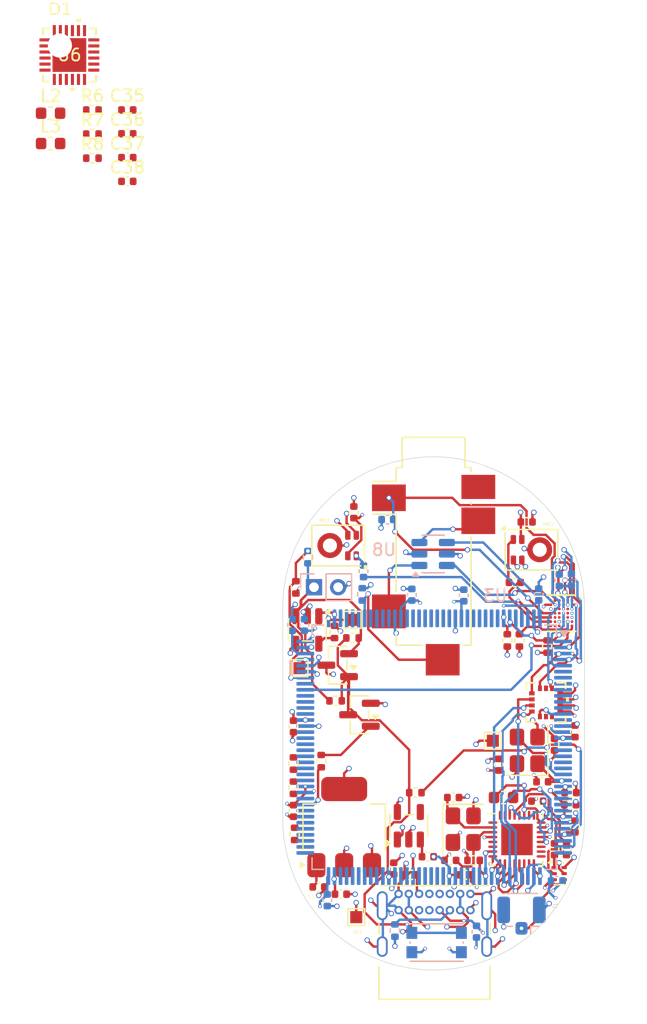
<source format=kicad_pcb>
(kicad_pcb (version 20241229) (generator "pcbnew") (generator_version "9.0")
  (layers (0 "F.Cu" signal) (4 "In1.Cu" signal) (6 "In2.Cu" signal) (8 "In3.Cu" signal) (10 "In4.Cu" signal) (2 "B.Cu" signal) (13 "F.Paste" user) (15 "B.Paste" user) (5 "F.SilkS" user "F.Silkscreen") (7 "B.SilkS" user "B.Silkscreen") (1 "F.Mask" user) (3 "B.Mask" user) (25 "Edge.Cuts" user))
  (net 0 "")
  (net 1 "+5V")
  (net 2 "Net-(D1-B)")
  (net 3 "Net-(U1-VI)")
  (net 4 "GND")
  (net 5 "Net-(U3-PH1)")
  (net 6 "Net-(U2-EN)")
  (net 7 "Net-(U3-PH0)")
  (net 8 "+1V8")
  (net 9 "Net-(U3-NRST)")
  (net 10 "Net-(C21-Pad1)")
  (net 11 "Net-(C22-Pad1)")
  (net 12 "Net-(U5-DVDD)")
  (net 13 "/SWDIO")
  (net 14 "/SWCLK")
  (net 15 "Net-(U3-BOOT0)")
  (net 16 "/I2C_SCL")
  (net 17 "/I2C_SDA")
  (net 21 "/SYS_MCLK")
  (net 29 "/UWB_RST")
  (net 30 "Net-(D1-R)")
  (net 32 "/CPU_TO_DSP")
  (net 44 "/UWB_IRQ")
  (net 50 "/UWB_CS")
  (net 57 "Net-(D1-G)")
  (net 61 "Net-(J3-Pin_1)")
  (net 66 "/SAI_BCLK")
  (net 77 "/UWB_MISO")
  (net 80 "/DSP_TO_CPU")
  (net 82 "/ACC_CS")
  (net 92 "/UWB_SCK")
  (net 93 "Net-(Q1-G)")
  (net 95 "/UWB_MOSI")
  (net 106 "/SAI_FS")
  (net 115 "Net-(Q2-B)")
  (net 118 "/VIB_DATA")
  (net 125 "Net-(U7-PROG)")
  (net 129 "/PWR_HOLD")
  (net 130 "/LED_R")
  (net 142 "/MIC2")
  (net 144 "/MIC2_RAW")
  (net 145 "/MIC1")
  (net 146 "/MIC1_RAW")
  (net 149 "+3.3V")
  (net 150 "/LED_G")
  (net 151 "/LED_B")
  (net 152 "/HP_DETECT")
  (net 153 "/CHG_STAT")
  (net 154 "/HPOUTR")
  (net 155 "/HPOUTL")
  (net 157 "Net-(J5-CC1)")
  (net 159 "Net-(J5-CC2)")
  (net 160 "Net-(J4-PadR)")
  (net 162 "Net-(J4-PadT)")
  (net 163 "Net-(U9-VDD_IO)")
  (net 164 "Net-(U9-XTAL_C2)")
  (net 165 "Net-(U9-XTAL_C1)")
  (net 166 "Net-(T1-AB)")
  (net 167 "Net-(U9-RFN)")
  (net 168 "Net-(U9-RFP)")
  (net 169 "Net-(T1-AA)")
  (net 170 "Net-(U9-VDD_CORE_ANA)")
  (net 171 "Net-(U9-REG_OUT)")
  (net 172 "/UWB_SHDN")
  (net 189 "Net-(J1-In)")
  (net 193 "/BATT_SENSE")
  (net 194 "/BTN_SENSE")
  (net 196 "/CM")
  (net 197 "Net-(U6-PMID)")
  (net 198 "Net-(U6-BTST)")
  (net 199 "Net-(C37-Pad1)")
  (net 202 "Net-(L2-Pad1)")
  (net 203 "unconnected-(Q1-D-Pad3)")
  (net 206 "Net-(U6-ICHG)")
  (net 207 "Net-(U6-ILIM)")
  (net 208 "Net-(U6-VSET)")
  (footprint "ANC_Parts:WQFN24_RTW_TEX-M" (layer "F.Cu") (at 3.0607 3.0607)
    (property "Reference" "U6")
    (property "Value" "BQ25616JRTWT")
  )
  (footprint "Resistor_SMD:R_0402_1005Metric" (layer "F.Cu") (at 21.7 67.51 -90)
    (property "Reference" "R12" (hide yes))
    (property "Value" "220Ω")
  )
  (footprint "Resistor_SMD:R_0402_1005Metric" (layer "F.Cu") (at 4.965 9.605)
    (property "Reference" "R7")
    (property "Value" "120Ω")
  )
  (footprint "Resistor_SMD:R_0402_1005Metric" (layer "F.Cu") (at 4.965 11.595)
    (property "Reference" "R8")
    (property "Value" "120Ω")
  )
  (footprint "ANC_Parts:ADXL382_Ultralib" (layer "F.Cu") (at 42.5 56.6316)
    (property "Reference" "U4")
    (property "Value" "ADXL382-1BCCZ-RL")
  )
  (footprint "Inductor_SMD:L_0603_1608Metric" (layer "F.Cu") (at 38.9875 64.5)
    (property "Reference" "L1" (hide yes))
    (property "Value" "180nH")
  )
  (footprint "Resistor_SMD:R_0402_1005Metric" (layer "F.Cu") (at 4.965 7.615)
    (property "Reference" "R6")
    (property "Value" "10kΩ")
  )
  (footprint "Crystal:Crystal_SMD_3225-4Pin_3.2x2.5mm" (layer "F.Cu") (at 35.65 67.12 -90)
    (property "Reference" "Y2" (hide yes))
    (property "Value" "32.768 kHz")
  )
  (footprint "Capacitor_SMD:C_0402_1005Metric" (layer "F.Cu") (at 21.6 58.62 -90)
    (property "Reference" "C18" (hide yes))
    (property "Value" "0.1uF")
  )
  (footprint "Resistor_SMD:R_0402_1005Metric" (layer "F.Cu") (at 25 50.8 90)
    (property "Reference" "R6" (hide yes))
    (property "Value" "2kΩ")
  )
  (footprint "Capacitor_SMD:C_0402_1005Metric" (layer "F.Cu") (at 32.72 69.4)
    (property "Reference" "C5" (hide yes))
    (property "Value" "10uF")
  )
  (footprint "Capacitor_SMD:C_0402_1005Metric" (layer "F.Cu") (at 39.92 46.7 180)
    (property "Reference" "C32" (hide yes))
    (property "Value" "1uF")
  )
  (footprint "Capacitor_SMD:C_0402_1005Metric" (layer "F.Cu") (at 44.2 68.78 90)
    (property "Reference" "C33" (hide yes))
    (property "Value" "10pF")
  )
  (footprint "TestPoint:TestPoint_Pad_1.0x1.0mm" (layer "F.Cu") (at 26.8 74.4)
    (property "Reference" "TP1")
    (property "Value" "TestPoint")
  )
  (footprint "Connector_Audio:Jack_3.5mm_CUI_SJ2-3593D-SMT_Horizontal" (layer "F.Cu") (at 33.2 43.3)
    (property "Reference" "J4" (hide yes))
    (property "Value" "AudioJack3_Switch")
  )
  (footprint "Sensor_Audio:Infineon_PG-LLGA-5-2" (layer "F.Cu") (at 41.3 44)
    (property "Reference" "MK1")
    (property "Value" "IM73A135V01")
  )
  (footprint "Capacitor_SMD:C_0402_1005Metric" (layer "F.Cu") (at 7.855 13.515)
    (property "Reference" "C38")
    (property "Value" "10uF")
  )
  (footprint "Resistor_SMD:R_0402_1005Metric" (layer "F.Cu") (at 26.49 51.3 180)
    (property "Reference" "R7" (hide yes))
    (property "Value" "100kΩ")
  )
  (footprint "Capacitor_SMD:C_0402_1005Metric" (layer "F.Cu") (at 7.855 9.575)
    (property "Reference" "C36")
    (property "Value" "10uF")
  )
  (footprint "Capacitor_SMD:C_0402_1005Metric" (layer "F.Cu") (at 38.6 61.78 -90)
    (property "Reference" "C7" (hide yes))
    (property "Value" "10uF")
  )
  (footprint "ANC_Parts:ADAU1787_Ultralib" (layer "F.Cu") (at 43.775 49.25 -90)
    (property "Reference" "U5")
    (property "Value" "ADAU1787BCBZRL")
  )
  (footprint "Inductor_SMD:L_0603_1608Metric" (layer "F.Cu") (at 1.505 7.875)
    (property "Reference" "L2")
    (property "Value" "1.5uH")
  )
  (footprint "Package_TO_SOT_SMD:SOT-223-3_TabPin2" (layer "F.Cu") (at 25.8 66.95 90)
    (property "Reference" "U1" (hide yes))
    (property "Value" "AP7361C-33E")
  )
  (footprint "Resistor_SMD:R_0402_1005Metric" (layer "F.Cu") (at 21.6 63.69 90)
    (property "Reference" "R14" (hide yes))
    (property "Value" "100Ω")
  )
  (footprint "Capacitor_SMD:C_0402_1005Metric" (layer "F.Cu") (at 35.82 70.9)
    (property "Reference" "C10" (hide yes))
    (property "Value" "0.1uF")
  )
  (footprint "Capacitor_SMD:C_0402_1005Metric" (layer "F.Cu") (at 7.855 7.605)
    (property "Reference" "C35")
    (property "Value" "10uF")
  )
  (footprint "Capacitor_SMD:C_0402_1005Metric" (layer "F.Cu") (at 41.78 64.8 180)
    (property "Reference" "C23" (hide yes))
    (property "Value" "1uF")
  )
  (footprint "Connector_USB:USB_C_Receptacle_GCT_USB4085" (layer "F.Cu") (at 30.3 72.475)
    (property "Reference" "J5" (hide yes))
    (property "Value" "USB_C_Receptacle_USB2.0_14P")
  )
  (footprint "Resistor_SMD:R_0402_1005Metric" (layer "F.Cu") (at 31.31 70.9)
    (property "Reference" "R2" (hide yes))
    (property "Value" "5.1k")
  )
  (footprint "Package_TO_SOT_SMD:SOT-23" (layer "F.Cu") (at 25.2625 53.55 180)
    (property "Reference" "Q1" (hide yes))
    (property "Value" "Q_PMOS_GSD")
  )
  (footprint "Sensor_Audio:Infineon_PG-LLGA-5-2" (layer "F.Cu") (at 25.3 43.65 180)
    (property "Reference" "MK2")
    (property "Value" "IM73A135V01")
  )
  (footprint "Package_TO_SOT_SMD:SOT-23-5" (layer "F.Cu") (at 22.75 50.6375 -90)
    (property "Reference" "U7" (hide yes))
    (property "Value" "MCP73831-2-OT")
  )
  (footprint "Resistor_SMD:R_0402_1005Metric" (layer "F.Cu") (at 36.51 69.7)
    (property "Reference" "R16" (hide yes))
    (property "Value" "100kΩ")
  )
  (footprint "Capacitor_SMD:C_0402_1005Metric" (layer "F.Cu") (at 7.855 11.545)
    (property "Reference" "C37")
    (property "Value" "47nF")
  )
  (footprint "Capacitor_SMD:C_0402_1005Metric" (layer "F.Cu") (at 23.68 71.9)
    (property "Reference" "C1")
    (property "Value" "10uF")
  )
  (footprint "Package_TO_SOT_SMD:SOT-23-5" (layer "F.Cu") (at 31.15 66.8375 90)
    (property "Reference" "U2" (hide yes))
    (property "Value" "AP2112K-1.8" (hide yes))
  )
  (footprint "Capacitor_SMD:C_0402_1005Metric" (layer "F.Cu") (at 25.52 72.5)
    (property "Reference" "C21" (hide yes))
    (property "Value" "2.2uF")
  )
  (footprint "Resistor_SMD:R_0402_1005Metric" (layer "F.Cu") (at 39.3 51.5 -90)
    (property "Reference" "R3" (hide yes))
    (property "Value" "10k")
  )
  (footprint "Resistor_SMD:R_0402_1005Metric" (layer "F.Cu") (at 23.9 61.49 90)
    (property "Reference" "R8" (hide yes))
    (property "Value" "10kΩ")
  )
  (footprint "ANC_Parts:Spark_SR1120_QFN32" (layer "F.Cu") (at 40.1 67.975)
    (property "Reference" "U9" (hide yes))
    (property "Value" "~")
  )
  (footprint "Capacitor_SMD:C_0402_1005Metric" (layer "F.Cu") (at 34.82 64.5 180)
    (property "Reference" "C25" (hide yes))
    (property "Value" "10pF")
  )
  (footprint "Capacitor_SMD:C_0402_1005Metric" (layer "F.Cu") (at 43.2 68.78 -90)
    (property "Reference" "C34" (hide yes))
    (property "Value" "10pF")
  )
  (footprint "TestPoint:TestPoint_Pad_1.0x1.0mm" (layer "F.Cu") (at 22.1 53.8)
    (property "Reference" "TP4" (hide yes))
    (property "Value" "TestPoint")
  )
  (footprint "Capacitor_SMD:C_0402_1005Metric" (layer "F.Cu") (at 26.6 40.9 90)
    (property "Reference" "C31" (hide yes))
    (property "Value" "0.1uF")
  )
  (footprint "Capacitor_SMD:C_0402_1005Metric" (layer "F.Cu") (at 44.9 66.9 90)
    (property "Reference" "C17" (hide yes))
    (property "Value" "0.1uF")
  )
  (footprint "TestPoint:TestPoint_Pad_1.0x1.0mm" (layer "F.Cu") (at 26.5 49.8)
    (property "Reference" "TP2" (hide yes))
    (property "Value" "TestPoint")
  )
  (footprint "Crystal:Crystal_SMD_3225-4Pin_3.2x2.5mm" (layer "F.Cu") (at 40.95 60.6 90)
    (property "Reference" "Y1" (hide yes))
    (property "Value" "Crystal_GND24")
  )
  (footprint "RF_Converter:Balun_Johanson_1.6x0.8mm" (layer "F.Cu") (at 43.59 70.8)
    (property "Reference" "T1" (hide yes))
    (property "Value" "Transformer_1P_1S")
  )
  (footprint "Resistor_SMD:R_0402_1005Metric" (layer "F.Cu") (at 40.3 51.5 90)
    (property "Reference" "R4" (hide yes))
    (property "Value" "2.2kΩ")
  )
  (footprint "Inductor_SMD:L_0603_1608Metric" (layer "F.Cu") (at 1.505 10.385)
    (property "Reference" "L3")
    (property "Value" "1.5uH")
  )
  (footprint "Capacitor_SMD:C_0402_1005Metric" (layer "F.Cu") (at 44.52 64.1)
    (property "Reference" "C20" (hide yes))
    (property "Value" "0.1uF")
  )
  (footprint "Resistor_SMD:R_0402_1005Metric" (layer "F.Cu") (at 21.8 47.11 -90)
    (property "Reference" "R10" (hide yes))
    (property "Value" "100kΩ")
  )
  (footprint "Capacitor_SMD:C_0402_1005Metric" (layer "F.Cu") (at 44.5 65.1)
    (property "Reference" "C8" (hide yes))
    (property "Value" "0.1uF")
  )
  (footprint "Capacitor_SMD:C_0402_1005Metric" (layer "F.Cu") (at 42.2 63.2 180)
    (property "Reference" "C3" (hide yes))
    (property "Value" "10pF")
  )
  (footprint "Resistor_SMD:R_0402_1005Metric" (layer "F.Cu") (at 31.69 64.1)
    (property "Reference" "R17" (hide yes))
    (property "Value" "10kΩ")
  )
  (footprint "Resistor_SMD:R_0402_1005Metric" (layer "F.Cu") (at 42.6 52.01 90)
    (property "Reference" "R5" (hide yes))
    (property "Value" "2.2kΩ")
  )
  (footprint "MountingHole:MountingHole_2mm" (layer "F.Cu") (at 2.275 2.275)
    (property "Reference" "D1")
    (property "Value" "APFA3010")
  )
  (footprint "Capacitor_SMD:C_0402_1005Metric" (layer "F.Cu") (at 43.2 60.12 90)
    (property "Reference" "C6" (hide yes))
    (property "Value" "10pF")
  )
  (footprint "Capacitor_SMD:C_0402_1005Metric" (layer "F.Cu") (at 29.9 70.38 90)
    (property "Reference" "C11" (hide yes))
    (property "Value" "0.1uF")
  )
  (footprint "Resistor_SMD:R_0402_1005Metric" (layer "F.Cu") (at 25.09 56.5 180)
    (property "Reference" "R11" (hide yes))
    (property "Value" "100kΩ")
  )
  (footprint "Capacitor_SMD:C_0402_1005Metric" (layer "F.Cu") (at 44.9 59.02 90)
    (property "Reference" "C4" (hide yes))
    (property "Value" "0.1uF")
  )
  (footprint "Capacitor_SMD:C_0402_1005Metric" (layer "F.Cu") (at 40.9 41.7)
    (property "Reference" "C28" (hide yes))
    (property "Value" "0.1uF")
  )
  (footprint "Package_TO_SOT_SMD:SOT-23" (layer "F.Cu") (at 27.0625 57.65 180)
    (property "Reference" "Q2" (hide yes))
    (property "Value" "Q_NPN_BCE")
  )
  (footprint "TestPoint:TestPoint_Pad_1.0x1.0mm" (layer "F.Cu") (at 38.1 59.8)
    (property "Reference" "TP3" (hide yes))
    (property "Value" "TestPoint")
  )
  (footprint "Capacitor_SMD:C_0402_1005Metric" (layer "F.Cu") (at 21.6 65.61 -90)
    (property "Reference" "C13" (hide yes))
    (property "Value" "0.1uF")
  )
  (footprint "Resistor_SMD:R_0402_1005Metric" (layer "F.Cu") (at 21.6 61.69 90)
    (property "Reference" "R13" (hide yes))
    (property "Value" "100Ω")
  )
  (footprint "Capacitor_SMD:C_0402_1005Metric" (layer "F.Cu") (at 34.58 69.7)
    (property "Reference" "C24" (hide yes))
    (property "Value" "10pF")
  )
  (footprint "Package_QFP:LQFP-144_20x20mm_P0.5mm" (layer "B.Cu") (at 33.25 60.3375 180)
    (property "Reference" "U3")
    (property "Value" "STM32H753ZITx")
  )
  (footprint "Capacitor_SMD:C_0402_1005Metric" (layer "B.Cu") (at 43.6 46.52 90)
    (property "Reference" "C27" (hide yes))
    (property "Value" "0.1uF")
  )
  (footprint "Capacitor_SMD:C_0402_1005Metric" (layer "B.Cu") (at 29.38 41.5 180)
    (property "Reference" "C29" (hide yes))
    (property "Value" "1uF")
  )
  (footprint "Resistor_SMD:R_0402_1005Metric" (layer "B.Cu") (at 30 75.51 90)
    (property "Reference" "R1" (hide yes))
    (property "Value" "5.1k")
  )
  (footprint "Capacitor_SMD:C_0402_1005Metric" (layer "B.Cu") (at 22.5 50.22 90)
    (property "Reference" "C14" (hide yes))
    (property "Value" "0.1uF")
  )
  (footprint "Capacitor_SMD:C_0402_1005Metric" (layer "B.Cu") (at 27.4 45.78 90)
    (property "Reference" "C30" (hide yes))
    (property "Value" "1uF")
  )
  (footprint "Resistor_SMD:R_0402_1005Metric" (layer "B.Cu") (at 22.8 44.61 -90)
    (property "Reference" "R9" (hide yes))
    (property "Value" "100kΩ")
  )
  (footprint "Resistor_SMD:R_0402_1005Metric" (layer "B.Cu") (at 27.3 47.69 90)
    (property "Reference" "R15" (hide yes))
    (property "Value" "10kΩ")
  )
  (footprint "Capacitor_SMD:C_0402_1005Metric" (layer "B.Cu") (at 43.4 71.4)
    (property "Reference" "C9" (hide yes))
    (property "Value" "0.1uF")
  )
  (footprint "Capacitor_SMD:C_0402_1005Metric" (layer "B.Cu") (at 21.5 50.22 90)
    (property "Reference" "C22" (hide yes))
    (property "Value" "2.2uF")
  )
  (footprint "Package_TO_SOT_SMD:SOT-23-6" (layer "B.Cu") (at 33.1625 44.35)
    (property "Reference" "U8")
    (property "Value" "USBLC6-2SC6")
  )
  (footprint "Capacitor_SMD:C_0402_1005Metric" (layer "B.Cu") (at 44.6 46.48 90)
    (property "Reference" "C26" (hide yes))
    (property "Value" "1uF")
  )
  (footprint "Capacitor_SMD:C_0402_1005Metric" (layer "B.Cu") (at 31.4 47.72 90)
    (property "Reference" "C15" (hide yes))
    (property "Value" "0.1uF")
  )
  (footprint "Button_Switch_SMD:SW_Push_1P1T_NO_CK_KMR2" (layer "B.Cu") (at 33.45 76.5 180)
    (property "Reference" "SW1" (hide yes))
    (property "Value" "SW_Push")
  )
  (footprint "Connector_PinHeader_2.00mm:PinHeader_1x02_P2.00mm_Vertical" (layer "B.Cu") (at 23.3 47.1 -90)
    (property "Reference" "J3" (hide yes))
    (property "Value" "Conn_01x02")
  )
  (footprint "Capacitor_SMD:C_0402_1005Metric" (layer "B.Cu") (at 24.4 73 -90)
    (property "Reference" "C12" (hide yes))
    (property "Value" "0.1uF")
  )
  (footprint "Capacitor_SMD:C_0402_1005Metric" (layer "B.Cu") (at 36.75 75.6 90)
    (property "Reference" "C2" (hide yes))
    (property "Value" "10uF")
  )
  (footprint "Capacitor_SMD:C_0402_1005Metric" (layer "B.Cu") (at 35.7 47.78 90)
    (property "Reference" "C19" (hide yes))
    (property "Value" "0.1uF")
  )
  (footprint "Connector_Coaxial:U.FL_Hirose_U.FL-R-SMT-1_Vertical" (layer "B.Cu") (at 40.475 74.275 90)
    (property "Reference" "J1")
    (property "Value" "Conn_Coaxial")
  )
  (footprint "Capacitor_SMD:C_0402_1005Metric" (layer "B.Cu") (at 41.9 47.7 90)
    (property "Reference" "C16" (hide yes))
    (property "Value" "0.1uF")
  )
  (gr_line (start 20.717049 48.753093) (end 20.717049 66.253093) (stroke (width 0.05)) (layer "Edge.Cuts"))
  (gr_arc (start 45.682951 66.25) (mid 33.201547 78.736044) (end 20.717049 66.253093) (stroke (width 0.05)) (layer "Edge.Cuts"))
  (gr_arc (start 20.717049 48.753093) (mid 33.2 36.270142) (end 45.682951 48.753093) (stroke (width 0.05)) (layer "Edge.Cuts"))
  (gr_line (start 45.682951 48.753093) (end 45.682951 66.25) (stroke (width 0.05)) (layer "Edge.Cuts"))
  (segment (start 31.15 73.825) (end 32.525 75.2) (width 0.2) (layer "F.Cu") (net 1))
  (segment (start 36.031 74.837105) (end 35.668105 75.2) (width 0.2) (layer "F.Cu") (net 1))
  (segment (start 21.345998 52.554002) (end 21.345998 52.229002) (width 0.2) (layer "F.Cu") (net 1))
  (segment (start 32.525 75.2) (end 32.7 75.2) (width 0.2) (layer "F.Cu") (net 1))
  (segment (start 35.668105 75.2) (end 34.3 75.2) (width 0.2) (layer "F.Cu") (net 1))
  (segment (start 24.16 71.9) (end 24.16 72.14) (width 0.2) (layer "F.Cu") (net 1))
  (segment (start 24.16 72.14) (end 23.7 72.6) (width 0.2) (layer "F.Cu") (net 1))
  (segment (start 36.031 74.456) (end 36.031 74.837105) (width 0.2) (layer "F.Cu") (net 1))
  (segment (start 35.4 73.825) (end 36.031 74.456) (width 0.2) (layer "F.Cu") (net 1))
  (segment (start 21.345998 52.229002) (end 21.8 51.775) (width 0.2) (layer "F.Cu") (net 1))
  (via (at 23.7 72.6) (size 0.45) (drill 0.3) (layers "F.Cu" "B.Cu") (net 1))
  (via (at 21.345998 52.554002) (size 0.45) (drill 0.3) (layers "F.Cu" "B.Cu") (net 1))
  (via (at 34.3 75.2) (size 0.45) (drill 0.3) (layers "F.Cu" "B.Cu") (net 1))
  (via (at 32.7 75.2) (size 0.45) (drill 0.3) (layers "F.Cu" "B.Cu") (net 1))
  (segment (start 35.45 72.475) (end 35.45 72.65) (width 0.2) (layer "B.Cu") (net 1))
  (segment (start 31.15 73.825) (end 31.15 72.475) (width 0.2) (layer "B.Cu") (net 1))
  (segment (start 31.2 72.475) (end 31.2 72.691451) (width 0.2) (layer "B.Cu") (net 1))
  (segment (start 35.4 72.475) (end 35.4 73.825) (width 0.2) (layer "B.Cu") (net 1))
  (segment (start 23.5 70.1) (end 23.5 71.6) (width 0.2) (layer "F.Cu") (net 3))
  (segment (start 23.5 71.6) (end 23.2 71.9) (width 0.2) (layer "F.Cu") (net 3))
  (segment (start 30.8 70.9) (end 30.8 70.076299) (width 0.2) (layer "F.Cu") (net 4))
  (segment (start 30.3 72.475) (end 30.3 71.649368) (width 0.2) (layer "F.Cu") (net 4))
  (segment (start 41.8 58.5) (end 41.4 58.1) (width 0.2) (layer "F.Cu") (net 4))
  (segment (start 21.5 59.775) (end 21.525 59.8) (width 0.2) (layer "F.Cu") (net 4))
  (segment (start 36.3 71.45253) (end 36.778492 71.931022) (width 0.2) (layer "F.Cu") (net 4))
  (segment (start 36.25 72.475) (end 37.710896 72.475) (width 0.2) (layer "F.Cu") (net 4))
  (segment (start 40.8 44) (end 40.7 43.9) (width 0.2) (layer "F.Cu") (net 4))
  (segment (start 44 70.8) (end 43.584929 70.384929) (width 0.2) (layer "F.Cu") (net 4))
  (segment (start 30.3 73.825) (end 31.331 74.856) (width 0.2) (layer "F.Cu") (net 4))
  (segment (start 37.9 61.3) (end 37.7 61.5) (width 0.2) (layer "F.Cu") (net 4))
  (segment (start 37.710896 72.475) (end 38.151087 72.034809) (width 0.2) (layer "F.Cu") (net 4))
  (segment (start 29.9 69.9) (end 30 69.9) (width 0.2) (layer "F.Cu") (net 4))
  (segment (start 45 63.403717) (end 44.929951 63.333668) (width 0.2) (layer "F.Cu") (net 4))
  (segment (start 44.8184 56.8816) (end 43.6684 56.8816) (width 0.2) (layer "F.Cu") (net 4))
  (segment (start 25.8 63.8) (end 25.8 62.5) (width 0.2) (layer "F.Cu") (net 4))
  (segment (start 25.95 43.65) (end 26 43.6) (width 0.2) (layer "F.Cu") (net 4))
  (segment (start 25.8 62.5) (end 26.2 62.1) (width 0.2) (layer "F.Cu") (net 4))
  (segment (start 22.75 48.76208) (end 22.842563 48.669517) (width 0.2) (layer "F.Cu") (net 4))
  (segment (start 31.15 67.975) (end 31.15 67.35) (width 0.2) (layer "F.Cu") (net 4))
  (segment (start 36 69.2) (end 35.7 68.9) (width 0.2) (layer "F.Cu") (net 4))
  (segment (start 35.9 64.5) (end 36 64.4) (width 0.2) (layer "F.Cu") (net 4))
  (segment (start 30.8 70.076299) (end 30.928799 69.9475) (width 0.2) (layer "F.Cu") (net 4))
  (segment (start 41.72 62.844221) (end 41.505779 62.63) (width 0.2) (layer "F.Cu") (net 4))
  (segment (start 31.15 67.975) (end 31.15 67.55) (width 0.2) (layer "F.Cu") (net 4))
  (segment (start 44.825859 69.474141) (end 44.825859 69.452082) (width 0.2) (layer "F.Cu") (net 4))
  (segment (start 25.8 68.9) (end 26 68.7) (width 0.2) (layer "F.Cu") (net 4))
  (segment (start 31.15 67.35) (end 31.5 67) (width 0.2) (layer "F.Cu") (net 4))
  (segment (start 43.18 71.3) (end 42.955001 71.3) (width 0.2) (layer "F.Cu") (net 4))
  (segment (start 38.3 74.155) (end 38.3 75.5) (width 0.2) (layer "F.Cu") (net 4))
  (segment (start 44.788698 56.3816) (end 43.6684 56.3816) (width 0.2) (layer "F.Cu") (net 4))
  (segment (start 21.8 47.62) (end 21.8 47.5) (width 0.2) (layer "F.Cu") (net 4))
  (segment (start 25 50.29) (end 25.057789 50.29) (width 0.2) (layer "F.Cu") (net 4))
  (segment (start 31.331 74.856) (end 31.331 75.137105) (width 0.2) (layer "F.Cu") (net 4))
  (segment (start 30.868105 75.6) (end 30.644998 75.6) (width 0.2) (layer "F.Cu") (net 4))
  (segment (start 26 41) (end 26 41.8) (width 0.2) (layer "F.Cu") (net 4))
  (segment (start 37.6 76.835) (end 38.265 76.835) (width 0.2) (layer "F.Cu") (net 4))
  (segment (start 28.235 76.835) (end 27.7 76.3) (width 0.2) (layer "F.Cu") (net 4))
  (segment (start 26.1 42.8) (end 26.1 42.5) (width 0.2) (layer "F.Cu") (net 4))
  (segment (start 40.5 44.85) (end 40.5 45.1) (width 0.2) (layer "F.Cu") (net 4))
  (segment (start 21.623381 48.6465) (end 21.6 48.6465) (width 0.2) (layer "F.Cu") (net 4))
  (segment (start 34.8 68.22) (end 34.8 68) (width 0.2) (layer "F.Cu") (net 4))
  (segment (start 44.96274 56.207558) (end 44.788698 56.3816) (width 0.2) (layer "F.Cu") (net 4))
  (segment (start 37.6 73.455) (end 38.3 74.155) (width 0.2) (layer "F.Cu") (net 4))
  (segment (start 28.95 76.835) (end 28.235 76.835) (width 0.2) (layer "F.Cu") (net 4))
  (segment (start 34.1 69.6) (end 34.5 69.2) (width 0.2) (layer "F.Cu") (net 4))
  (segment (start 41.72 63.2) (end 41.72 62.844221) (width 0.2) (layer "F.Cu") (net 4))
  (segment (start 22.842563 48.669517) (end 22.957437 48.669517) (width 0.2) (layer "F.Cu") (net 4))
  (segment (start 38.1 59.8) (end 37 59.8) (width 0.2) (layer "F.Cu") (net 4))
  (segment (start 21.6 59.1) (end 21.6 59.4) (width 0.2) (layer "F.Cu") (net 4))
  (segment (start 45 64.1) (end 45 63.403717) (width 0.2) (layer "F.Cu") (net 4))
  (segment (start 21.5 59.5) (end 21.5 59.775) (width 0.2) (layer "F.Cu") (net 4))
  (segment (start 44.967022 65.087022) (end 44.967022 64.83963) (width 0.2) (layer "F.Cu") (net 4))
  (segment (start 25.8 70.1) (end 25.8 68.9) (width 0.2) (layer "F.Cu") (net 4))
  (segment (start 42.399198 71.855803) (end 42.399198 71.980183) (width 0.2) (layer "F.Cu") (net 4))
  (segment (start 41.38 41.7) (end 41.38 41.02) (width 0.2) (layer "F.Cu") (net 4))
  (segment (start 45 57.0632) (end 44.8184 56.8816) (width 0.2) (layer "F.Cu") (net 4))
  (segment (start 29.1 56.7) (end 29.2 56.8) (width 0.2) (layer "F.Cu") (net 4))
  (segment (start 44.9 58.54) (end 45.031141 58.408859) (width 0.2) (layer "F.Cu") (net 4))
  (segment (start 26 72.5) (end 26.7 72.5) (width 0.2) (layer "F.Cu") (net 4))
  (segment (start 21.6 59.4) (end 21.5 59.5) (width 0.2) (layer "F.Cu") (net 4))
  (segment (start 39.8 44.85) (end 39.8 45.071628) (width 0.2) (layer "F.Cu") (net 4))
  (segment (start 43.2 59.5) (end 42.3 58.6) (width 0.2) (layer "F.Cu") (net 4))
  (segment (start 45.031141 58.408859) (end 45.075 58.408859) (width 0.2) (layer "F.Cu") (net 4))
  (segment (start 36.25 73.825) (end 36.25 73.65) (width 0.2) (layer "F.Cu") (net 4))
  (segment (start 35.3 64.5) (end 35.9 64.5) (width 0.2) (layer "F.Cu") (net 4))
  (segment (start 21.257049 66.09) (end 21.067049 65.9) (width 0.2) (layer "F.Cu") (net 4))
  (segment (start 34.1 69.7) (end 34.1 69.6) (width 0.2) (layer "F.Cu") (net 4))
  (segment (start 30.3 71.649368) (end 31.5 70.449368) (width 0.2) (layer "F.Cu") (net 4))
  (segment (start 36 69.7) (end 36 69.2) (width 0.2) (layer "F.Cu") (net 4))
  (segment (start 25.057789 50.29) (end 25.495289 50.7275) (width 0.2) (layer "F.Cu") (net 4))
  (segment (start 41.8 59.5) (end 41.8 58.5) (width 0.2) (layer "F.Cu") (net 4))
  (segment (start 44.98 65.1) (end 44.967022 65.087022) (width 0.2) (layer "F.Cu") (net 4))
  (segment (start 31.15 67.55) (end 31.1 67.5) (width 0.2) (layer "F.Cu") (net 4))
  (segment (start 40.5 45.1) (end 40.8 45.4) (width 0.2) (layer "F.Cu") (net 4))
  (segment (start 31.331 75.137105) (end 30.868105 75.6) (width 0.2) (layer "F.Cu") (net 4))
  (segment (start 39.3 52.01) (end 39.3 52.7) (width 0.2) (layer "F.Cu") (net 4))
  (segment (start 36.3 70.9) (end 36.3 71.45253) (width 0.2) (layer "F.Cu") (net 4))
  (segment (start 30 69.9) (end 30.6 69.3) (width 0.2) (layer "F.Cu") (net 4))
  (segment (start 41.17 44) (end 40.8 44) (width 0.2) (layer "F.Cu") (net 4))
  (segment (start 37 59.8) (end 36.7 60.1) (width 0.2) (layer "F.Cu") (net 4))
  (segment (start 31.5 70.449368) (end 31.5 69.3) (width 0.2) (layer "F.Cu") (net 4))
  (segment (start 39.8 45.071628) (end 40.135 45.406628) (width 0.2) (layer "F.Cu") (net 4))
  (segment (start 40.1 62.4) (end 39.7 62.8) (width 0.2) (layer "F.Cu") (net 4))
  (segment (start 43.584929 70.384929) (end 43.584929 69.900979) (width 0.2) (layer "F.Cu") (net 4))
  (segment (start 34.8 68) (end 35.4 67.4) (width 0.2) (layer "F.Cu") (net 4))
  (segment (start 26.8 42.6) (end 26.8 42.8) (width 0.2) (layer "F.Cu") (net 4))
  (segment (start 28.95 73.455) (end 28.455 73.455) (width 0.2) (layer "F.Cu") (net 4))
  (segment (start 43.2 59.64) (end 43.2 59.5) (width 0.2) (layer "F.Cu") (net 4))
  (segment (start 36.5 64.9) (end 36.7 64.7) (width 0.2) (layer "F.Cu") (net 4))
  (segment (start 38.265 76.835) (end 38.9 76.2) (width 0.2) (layer "F.Cu") (net 4))
  (segment (start 26.1 42.5) (end 25.2 41.6) (width 0.2) (layer "F.Cu") (net 4))
  (segment (start 21.747381 48.5225) (end 21.623381 48.6465) (width 0.2) (layer "F.Cu") (net 4))
  (segment (start 25.43 43.65) (end 25.95 43.65) (width 0.2) (layer "F.Cu") (net 4))
  (segment (start 41.671475 64.6) (end 41.471475 64.8) (width 0.2) (layer "F.Cu") (net 4))
  (segment (start 22.75 49.5) (end 22.75 48.76208) (width 0.2) (layer "F.Cu") (net 4))
  (segment (start 41.7 64.6) (end 41.671475 64.6) (width 0.2) (layer "F.Cu") (net 4))
  (segment (start 28.455 73.455) (end 28 73) (width 0.2) (layer "F.Cu") (net 4))
  (segment (start 42.955001 71.3) (end 42.399198 71.855803) (width 0.2) (layer "F.Cu") (net 4))
  (segment (start 38.6 61.3) (end 37.9 61.3) (width 0.2) (layer "F.Cu") (net 4))
  (segment (start 41.38 41.02) (end 41.5 40.9) (width 0.2) (layer "F.Cu") (net 4))
  (segment (start 36.5 66.02) (end 36.5 64.9) (width 0.2) (layer "F.Cu") (net 4))
  (segment (start 45 57.1) (end 45 57.0632) (width 0.2) (layer "F.Cu") (net 4))
  (segment (start 36.25 73.65) (end 36.7 73.2) (width 0.2) (layer "F.Cu") (net 4))
  (segment (start 21.8 47.5) (end 22.1 47.2) (width 0.2) (layer "F.Cu") (net 4))
  (segment (start 28 56.7) (end 29.1 56.7) (width 0.2) (layer "F.Cu") (net 4))
  (segment (start 26.6 40.42) (end 26.6 39.7) (width 0.2) (layer "F.Cu") (net 4))
  (segment (start 26 41.8) (end 26.8 42.6) (width 0.2) (layer "F.Cu") (net 4))
  (segment (start 40.1 61.7) (end 40.1 62.4) (width 0.2) (layer "F.Cu") (net 4))
  (segment (start 41.471475 64.8) (end 41.3 64.8) (width 0.2) (layer "F.Cu") (net 4))
  (segment (start 21.6 66.09) (end 21.257049 66.09) (width 0.2) (layer "F.Cu") (net 4))
  (segment (start 44 70.3) (end 44.825859 69.474141) (width 0.2) (layer "F.Cu") (net 4))
  (via (at 38.3 75.5) (size 0.45) (drill 0.3) (layers "F.Cu" "B.Cu") (net 4))
  (via (at 26.6 39.7) (size 0.45) (drill 0.3) (layers "F.Cu" "B.Cu") (net 4))
  (via (at 30.9 44.2) (size 0.45) (drill 0.3) (layers "F.Cu" "B.Cu") (net 4))
  (via (at 35 50.7) (size 0.45) (drill 0.3) (layers "F.Cu" "B.Cu") (net 4))
  (via (at 29.733945 72.020216) (size 0.45) (drill 0.3) (layers "F.Cu" "B.Cu") (net 4))
  (via (at 42.3 58.6) (size 0.3) (drill 0.2) (layers "F.Cu" "B.Cu") (net 4))
  (via (at 31.5 69.3) (size 0.45) (drill 0.3) (layers "F.Cu" "B.Cu") (net 4))
  (via (at 40.7 43.9) (size 0.45) (drill 0.3) (layers "F.Cu" "B.Cu") (net 4))
  (via (at 42.763519 73.27307) (size 0.45) (drill 0.3) (layers "F.Cu" "B.Cu") (net 4))
  (via (at 30.644998 75.6) (size 0.45) (drill 0.3) (layers "F.Cu" "B.Cu") (net 4))
  (via (at 42.299569 46.26071) (size 0.45) (drill 0.3) (layers "F.Cu" "B.Cu") (net 4))
  (via (at 44.5 66.5) (size 0.3) (drill 0.2) (layers "F.Cu" "B.Cu") (net 4))
  (via (at 23.298769 63.963746) (size 0.3) (drill 0.2) (layers "F.Cu" "B.Cu") (net 4))
  (via (at 38.9 76.2) (size 0.45) (drill 0.3) (layers "F.Cu" "B.Cu") (net 4))
  (via (at 39.3 52.7) (size 0.45) (drill 0.3) (layers "F.Cu" "B.Cu") (net 4))
  (via (at 34.898287 71.880648) (size 0.45) (drill 0.3) (layers "F.Cu" "B.Cu") (net 4))
  (via (at 23.084474 52.0525) (size 0.45) (drill 0.3) (layers "F.Cu" "B.Cu") (net 4))
  (via (at 35.7 68.9) (size 0.3) (drill 0.2) (layers "F.Cu" "B.Cu") (net 4))
  (via (at 41.4 58.1) (size 0.45) (drill 0.3) (layers "F.Cu" "B.Cu") (net 4))
  (via (at 45.075 58.408859) (size 0.45) (drill 0.3) (layers "F.Cu" "B.Cu") (net 4))
  (via (at 28.85 42.2) (size 0.45) (drill 0.3) (layers "F.Cu" "B.Cu") (net 4))
  (via (at 28 73) (size 0.45) (drill 0.3) (layers "F.Cu" "B.Cu") (net 4))
  (via (at 25.2 73.5) (size 0.45) (drill 0.3) (layers "F.Cu" "B.Cu") (net 4))
  (via (at 43.481507 45.458766) (size 0.45) (drill 0.3) (layers "F.Cu" "B.Cu") (net 4))
  (via (at 38.151087 72.034809) (size 0.45) (drill 0.3) (layers "F.Cu" "B.Cu") (net 4))
  (via (at 30.7 47.2) (size 0.45) (drill 0.3) (layers "F.Cu" "B.Cu") (net 4))
  (via (at 26.2 62.1) (size 0.45) (drill 0.3) (layers "F.Cu" "B.Cu") (net 4))
  (via (at 41.5 40.9) (size 0.45) (drill 0.3) (layers "F.Cu" "B.Cu") (net 4))
  (via (at 44.825859 69.452082) (size 0.45) (drill 0.3) (layers "F.Cu" "B.Cu") (net 4))
  (via (at 40.135 45.406628) (size 0.45) (drill 0.3) (layers "F.Cu" "B.Cu") (net 4))
  (via (at 25.495289 50.7275) (size 0.45) (drill 0.3) (layers "F.Cu" "B.Cu") (net 4))
  (via (at 36.7 60.1) (size 0.45) (drill 0.3) (layers "F.Cu" "B.Cu") (net 4))
  (via (at 42.399198 71.980183) (size 0.3) (drill 0.2) (layers "F.Cu" "B.Cu") (net 4))
  (via (at 34.5 69.2) (size 0.3) (drill 0.2) (layers "F.Cu" "B.Cu") (net 4))
  (via (at 32.5 77) (size 0.3) (drill 0.2) (layers "F.Cu" "B.Cu") (net 4))
  (via (at 41 72.2) (size 0.45) (drill 0.3) (layers "F.Cu" "B.Cu") (net 4))
  (via (at 30.1 50.9) (size 0.45) (drill 0.3) (layers "F.Cu" "B.Cu") (net 4))
  (via (at 30.6 69.3) (size 0.45) (drill 0.3) (layers "F.Cu" "B.Cu") (net 4))
  (via (at 40.8 45.4) (size 0.45) (drill 0.3) (layers "F.Cu" "B.Cu") (net 4))
  (via (at 36.778492 71.931022) (size 0.3) (drill 0.2) (layers "F.Cu" "B.Cu") (net 4))
  (via (at 26 41) (size 0.45) (drill 0.3) (layers "F.Cu" "B.Cu") (net 4))
  (via (at 36.7 73.2) (size 0.45) (drill 0.3) (layers "F.Cu" "B.Cu") (net 4))
  (via (at 29.7 74.1) (size 0.45) (drill 0.3) (layers "F.Cu" "B.Cu") (net 4))
  (via (at 29.2 56.8) (size 0.45) (drill 0.3) (layers "F.Cu" "B.Cu") (net 4))
  (via (at 22.957437 48.669517) (size 0.45) (drill 0.3) (layers "F.Cu" "B.Cu") (net 4))
  (via (at 44.967022 64.83963) (size 0.45) (drill 0.3) (layers "F.Cu" "B.Cu") (net 4))
  (via (at 30.928799 69.9475) (size 0.45) (drill 0.3) (layers "F.Cu" "B.Cu") (net 4))
  (via (at 36.7 76.9) (size 0.3) (drill 0.2) (layers "F.Cu" "B.Cu") (net 4))
  (via (at 35 47.2) (size 0.45) (drill 0.3) (layers "F.Cu" "B.Cu") (net 4))
  (via (at 22.1 47.2) (size 0.3) (drill 0.2) (layers "F.Cu" "B.Cu") (net 4))
  (via (at 21.067049 65.9) (size 0.3) (drill 0.2) (layers "F.Cu" "B.Cu") (net 4))
  (via (at 21.525 59.8) (size 0.45) (drill 0.3) (layers "F.Cu" "B.Cu") (net 4))
  (via (at 34.5 77) (size 0.3) (drill 0.2) (layers "F.Cu" "B.Cu") (net 4))
  (via (at 43.1 72.2) (size 0.3) (drill 0.2) (layers "F.Cu" "B.Cu") (net 4))
  (via (at 39.7 62.8) (size 0.45) (drill 0.3) (layers "F.Cu" "B.Cu") (net 4))
  (via (at 37.7 61.5) (size 0.45) (drill 0.3) (layers "F.Cu" "B.Cu") (net 4))
  (via (at 31.5 67) (size 0.45) (drill 0.3) (layers "F.Cu" "B.Cu") (net 4))
  (via (at 25.2 41.6) (size 0.45) (drill 0.3) (layers "F.Cu" "B.Cu") (net 4))
  (via (at 26 43.6) (size 0.45) (drill 0.3) (layers "F.Cu" "B.Cu") (net 4))
  (via (at 41.505779 62.63) (size 0.3) (drill 0.2) (layers "F.Cu" "B.Cu") (net 4))
  (via (at 42.945 58.581841) (size 0.3) (drill 0.2) (layers "F.Cu" "B.Cu") (net 4))
  (via (at 43.584929 69.900979) (size 0.45) (drill 0.3) (layers "F.Cu" "B.Cu") (net 4))
  (via (at 26 68.7) (size 0.45) (drill 0.3) (layers "F.Cu" "B.Cu") (net 4))
  (via (at 30 76.8) (size 0.45) (drill 0.3) (layers "F.Cu" "B.Cu") (net 4))
  (via (at 44 44) (size 0.45) (drill 0.3) (layers "F.Cu" "B.Cu") (net 4))
  (via (at 45 57.1) (size 0.45) (drill 0.3) (layers "F.Cu" "B.Cu") (net 4))
  (via (at 22.415 49.146899) (size 0.45) (drill 0.3) (layers "F.Cu" "B.Cu") (net 4))
  (via (at 44.96274 56.207558) (size 0.45) (drill 0.3) (layers "F.Cu" "B.Cu") (net 4))
  (via (at 44.929951 63.333668) (size 0.45) (drill 0.3) (layers "F.Cu" "B.Cu") (net 4))
  (via (at 26.7 72.5) (size 0.45) (drill 0.3) (layers "F.Cu" "B.Cu") (net 4))
  (via (at 27.7 76.3) (size 0.45) (drill 0.3) (layers "F.Cu" "B.Cu") (net 4))
  (via (at 21.747381 48.5225) (size 0.45) (drill 0.3) (layers "F.Cu" "B.Cu") (net 4))
  (via (at 23.7 58.6) (size 0.45) (drill 0.3) (layers "F.Cu" "B.Cu") (net 4))
  (via (at 35.4 67.4) (size 0.3) (drill 0.2) (layers "F.Cu" "B.Cu") (net 4))
  (via (at 36.7 64.7) (size 0.45) (drill 0.3) (layers "F.Cu" "B.Cu") (net 4))
  (via (at 39 75.2) (size 0.45) (drill 0.3) (layers "F.Cu" "B.Cu") (net 4))
  (via (at 26.2 46.8) (size 0.45) (drill 0.3) (layers "F.Cu" "B.Cu") (net 4))
  (via (at 36 64.4) (size 0.45) (drill 0.3) (layers "F.Cu" "B.Cu") (net 4))
  (via (at 41.7 64.6) (size 0.3) (drill 0.2) (layers "F.Cu" "B.Cu") (net 4))
  (segment (start 30 50.8) (end 30.1 50.9) (width 0.2) (layer "B.Cu") (net 4))
  (segment (start 43.88 71.4) (end 43.88 71.42) (width 0.2) (layer "B.Cu") (net 4))
  (segment (start 36.75 76.85) (end 36.7 76.9) (width 0.2) (layer "B.Cu") (net 4))
  (segment (start 44.0875 66.5875) (end 44.1 66.6) (width 0.2) (layer "B.Cu") (net 4))
  (segment (start 41.9 46.660279) (end 42.299569 46.26071) (width 0.2) (layer "B.Cu") (net 4))
  (segment (start 37.65 76.835) (end 37.65 73.455) (width 0.2) (layer "B.Cu") (net 4))
  (segment (start 41.9 47.22) (end 41.9 46.660279) (width 0.2) (layer "B.Cu") (net 4))
  (segment (start 35.7 47.3) (end 35.1 47.3) (width 0.2) (layer "B.Cu") (net 4))
  (segment (start 21.5 48.769881) (end 21.747381 48.5225) (width 0.2) (layer "B.Cu") (net 4))
  (segment (start 23.175015 64.0875) (end 23.298769 63.963746) (width 0.2) (layer "B.Cu") (net 4))
  (segment (start 35 71) (end 35 71.778935) (width 0.2) (layer "B.Cu") (net 4))
  (segment (start 30 49.675) (end 30 50.8) (width 0.2) (layer "B.Cu") (net 4))
  (segment (start 23.049474 52.0875) (end 23.084474 52.0525) (width 0.2) (layer "B.Cu") (net 4))
  (segment (start 43.6 45.577259) (end 43.481507 45.458766) (width 0.2) (layer "B.Cu") (net 4))
  (segment (start 43.9125 66.5875) (end 44.0875 66.5875) (width 0.2) (layer "B.Cu") (net 4))
  (segment (start 28.9 41.5) (end 28.9 42.15) (width 0.2) (layer "B.Cu") (net 4))
  (segment (start 22.5 49.74) (end 22.5 49.231899) (width 0.2) (layer "B.Cu") (net 4))
  (segment (start 43.6 46.04) (end 43.6 45.577259) (width 0.2) (layer "B.Cu") (net 4))
  (segment (start 44.6 46) (end 44.6 44.6) (width 0.2) (layer "B.Cu") (net 4))
  (segment (start 22.5 49.231899) (end 22.415 49.146899) (width 0.2) (layer "B.Cu") (net 4))
  (segment (start 42.945 58.857499) (end 42.945 58.581841) (width 0.2) (layer "B.Cu") (net 4))
  (segment (start 25.3 47.1) (end 25.9 47.1) (width 0.2) (layer "B.Cu") (net 4))
  (segment (start 35 71.778935) (end 34.898287 71.880648) (width 0.2) (layer "B.Cu") (net 4))
  (segment (start 31.4 47.24) (end 30.74 47.24) (width 0.2) (layer "B.Cu") (net 4))
  (segment (start 22.5875 64.0875) (end 23.175015 64.0875) (width 0.2) (layer "B.Cu") (net 4))
  (segment (start 29 73.455) (end 29.98 73.455) (width 0.2) (layer "B.Cu") (net 4))
  (segment (start 41.5 71) (end 41.5 71.7) (width 0.2) (layer "B.Cu") (net 4))
  (segment (start 44.4125 66.5875) (end 44.5 66.5) (width 0.2) (layer "B.Cu") (net 4))
  (segment (start 30 76.02) (end 30 76.8) (width 0.2) (layer "B.Cu") (net 4))
  (segment (start 29 76.835) (end 29 73.455) (width 0.2) (layer "B.Cu") (net 4))
  (segment (start 44.6 44.6) (end 44 44) (width 0.2) (layer "B.Cu") (net 4))
  (segment (start 29.98 73.455) (end 30.35 73.825) (width 0.2) (layer "B.Cu") (net 4))
  (segment (start 31.4 77.3) (end 32.2 77.3) (width 0.2) (layer "B.Cu") (net 4))
  (segment (start 22.5875 52.0875) (end 23.049474 52.0875) (width 0.2) (layer "B.Cu") (net 4))
  (segment (start 35.5 77.3) (end 34.8 77.3) (width 0.2) (layer "B.Cu") (net 4))
  (segment (start 43.175001 59.0875) (end 42.945 58.857499) (width 0.2) (layer "B.Cu") (net 4))
  (segment (start 23.1875 64.0875) (end 23.2 64.1) (width 0.2) (layer "B.Cu") (net 4))
  (segment (start 34.8 77.3) (end 34.5 77) (width 0.2) (layer "B.Cu") (net 4))
  (segment (start 43.9125 66.5875) (end 44.4125 66.5875) (width 0.2) (layer "B.Cu") (net 4))
  (segment (start 30 71.754161) (end 29.733945 72.020216) (width 0.2) (layer "B.Cu") (net 4))
  (segment (start 22.5875 58.5875) (end 23.6875 58.5875) (width 0.2) (layer "B.Cu") (net 4))
  (segment (start 41.95 73.8) (end 42.236589 73.8) (width 0.2) (layer "B.Cu") (net 4))
  (segment (start 25.18 73.48) (end 25.2 73.5) (width 0.2) (layer "B.Cu") (net 4))
  (segment (start 41.5 71.7) (end 41 72.2) (width 0.2) (layer "B.Cu") (net 4))
  (segment (start 21.5 49.74) (end 21.5 48.769881) (width 0.2) (layer "B.Cu") (net 4))
  (segment (start 25.9 47.1) (end 26.2 46.8) (width 0.2) (layer "B.Cu") (net 4))
  (segment (start 39 73.8) (end 39 75.2) (width 0.2) (layer "B.Cu") (net 4))
  (segment (start 28.9 42.15) (end 28.85 42.2) (width 0.2) (layer "B.Cu") (net 4))
  (segment (start 23.6875 58.5875) (end 23.7 58.6) (width 0.2) (layer "B.Cu") (net 4))
  (segment (start 42.236589 73.8) (end 42.763519 73.27307) (width 0.2) (layer "B.Cu") (net 4))
  (segment (start 43.88 71.42) (end 43.1 72.2) (width 0.2) (layer "B.Cu") (net 4))
  (segment (start 37.65 73.455) (end 37.28 73.455) (width 0.2) (layer "B.Cu") (net 4))
  (segment (start 30.74 47.24) (end 30.7 47.2) (width 0.2) (layer "B.Cu") (net 4))
  (segment (start 30 71) (end 30 71.754161) (width 0.2) (layer "B.Cu") (net 4))
  (segment (start 32.2 77.3) (end 32.5 77) (width 0.2) (layer "B.Cu") (net 4))
  (segment (start 24.4 73.48) (end 25.18 73.48) (width 0.2) (layer "B.Cu") (net 4))
  (segment (start 35.1 47.3) (end 35 47.2) (width 0.2) (layer "B.Cu") (net 4))
  (segment (start 37.65 73.455) (end 37.65 73.55) (width 0.2) (layer "B.Cu") (net 4))
  (segment (start 29 73.455) (end 29.055 73.455) (width 0.2) (layer "B.Cu") (net 4))
  (segment (start 31.05 44.35) (end 30.9 44.2) (width 0.2) (layer "B.Cu") (net 4))
  (segment (start 36.75 76.08) (end 36.75 76.85) (width 0.2) (layer "B.Cu") (net 4))
  (segment (start 43.9125 59.0875) (end 43.175001 59.0875) (width 0.2) (layer "B.Cu") (net 4))
  (segment (start 29.055 73.455) (end 29.7 74.1) (width 0.2) (layer "B.Cu") (net 4))
  (segment (start 35 49.675) (end 35 50.7) (width 0.2) (layer "B.Cu") (net 4))
  (segment (start 29 73.455) (end 29.37 73.455) (width 0.2) (layer "B.Cu") (net 4))
  (segment (start 32.025 44.35) (end 31.05 44.35) (width 0.2) (layer "B.Cu") (net 4))
  (segment (start 29.37 73.455) (end 30.35 72.475) (width 0.2) (layer "B.Cu") (net 4))
  (segment (start 42.68 63.2) (end 43.7225 63.2) (width 0.2) (layer "F.Cu") (net 5))
  (segment (start 41.8 61.7) (end 43.2225 63.1225) (width 0.2) (layer "F.Cu") (net 5))
  (segment (start 43.7225 63.2) (end 43.8 63.1225) (width 0.2) (layer "F.Cu") (net 5))
  (segment (start 43.2225 63.1225) (end 43.8 63.1225) (width 0.2) (layer "F.Cu") (net 5))
  (via (at 43.8 63.1225) (size 0.45) (drill 0.3) (layers "F.Cu" "B.Cu") (net 5))
  (segment (start 30.623131 67.551869) (end 30.623131 66.975837) (width 0.2) (layer "F.Cu") (net 6))
  (segment (start 32.24 69.4) (end 32.24 68.115) (width 0.2) (layer "F.Cu") (net 6))
  (segment (start 30.2 67.975) (end 30.623131 67.551869) (width 0.2) (layer "F.Cu") (net 6))
  (segment (start 32.24 68.115) (end 32.1 67.975) (width 0.2) (layer "F.Cu") (net 6))
  (via (at 30.623131 66.975837) (size 0.45) (drill 0.3) (layers "F.Cu" "B.Cu") (net 6))
  (segment (start 42.419 60.819) (end 42.5 60.9) (width 0.2) (layer "F.Cu") (net 7))
  (segment (start 43.2 61.1) (end 42.9 61.4) (width 0.2) (layer "F.Cu") (net 7))
  (segment (start 43.2 60.6) (end 43.2 61.1) (width 0.2) (layer "F.Cu") (net 7))
  (segment (start 41.419 60.819) (end 42.419 60.819) (width 0.2) (layer "F.Cu") (net 7))
  (segment (start 40.1 59.5) (end 41.419 60.819) (width 0.2) (layer "F.Cu") (net 7))
  (via (at 42.9 61.4) (size 0.3) (drill 0.2) (layers "F.Cu" "B.Cu") (net 7))
  (via (at 42.5 60.9) (size 0.3) (drill 0.2) (layers "F.Cu" "B.Cu") (net 7))
  (segment (start 42.9 61.4) (end 42.9 62.176618) (width 0.2) (layer "B.Cu") (net 7))
  (segment (start 42.5 61.776618) (end 43.310882 62.5875) (width 0.2) (layer "B.Cu") (net 7))
  (segment (start 42.9 62.176618) (end 43.310882 62.5875) (width 0.2) (layer "B.Cu") (net 7))
  (segment (start 43.310882 62.5875) (end 43.9125 62.5875) (width 0.2) (layer "B.Cu") (net 7))
  (segment (start 42.5 60.9) (end 42.5 61.776618) (width 0.2) (layer "B.Cu") (net 7))
  (segment (start 44.519162 57.381601) (end 44.871721 57.73416) (width 0.2) (layer "F.Cu") (net 8))
  (segment (start 38.6 62.26) (end 37.76 62.26) (width 0.2) (layer "F.Cu") (net 8))
  (segment (start 42.45 48.55) (end 42.3 48.7) (width 0.2) (layer "F.Cu") (net 8))
  (segment (start 43.6684 57.381601) (end 44.519162 57.381601) (width 0.2) (layer "F.Cu") (net 8))
  (segment (start 30.2 64.939226) (end 30.469613 64.669613) (width 0.2) (layer "F.Cu") (net 8))
  (segment (start 30.2 65.7) (end 30.2 64.939226) (width 0.2) (layer "F.Cu") (net 8))
  (segment (start 37.76 62.26) (end 37.7 62.2) (width 0.2) (layer "F.Cu") (net 8))
  (segment (start 42.9 48.55) (end 42.45 48.55) (width 0.2) (layer "F.Cu") (net 8))
  (via (at 42.3 48.7) (size 0.3) (drill 0.2) (layers "F.Cu" "B.Cu") (net 8))
  (via (at 30.469613 64.669613) (size 0.45) (drill 0.3) (layers "F.Cu" "B.Cu") (net 8))
  (via (at 35.4 44.5) (size 0.45) (drill 0.3) (layers "F.Cu" "B.Cu") (net 8))
  (via (at 44.871721 57.73416) (size 0.3) (drill 0.2) (layers "F.Cu" "B.Cu") (net 8))
  (via (at 37.7 62.2) (size 0.3) (drill 0.2) (layers "F.Cu" "B.Cu") (net 8))
  (segment (start 44.837561 57.7) (end 44.831 57.7) (width 0.2) (layer "B.Cu") (net 8))
  (segment (start 35.25 44.35) (end 35.4 44.5) (width 0.2) (layer "B.Cu") (net 8))
  (segment (start 44.871721 57.73416) (end 44.837561 57.7) (width 0.2) (layer "B.Cu") (net 8))
  (segment (start 34.3 44.35) (end 35.25 44.35) (width 0.2) (layer "B.Cu") (net 8))
  (segment (start 44.04 64.1) (end 44.04 63.6825) (width 0.2) (layer "F.Cu") (net 9))
  (segment (start 44.04 63.6825) (end 44.1 63.6225) (width 0.2) (layer "F.Cu") (net 9))
  (via (at 44.1 63.6225) (size 0.45) (drill 0.3) (layers "F.Cu" "B.Cu") (net 9))
  (segment (start 25.04 71.315806) (end 24.965 71.240806) (width 0.2) (layer "F.Cu") (net 10))
  (segment (start 25.04 72.5) (end 25.04 71.315806) (width 0.2) (layer "F.Cu") (net 10))
  (via (at 24.965 71.240806) (size 0.45) (drill 0.3) (layers "F.Cu" "B.Cu") (net 10))
  (segment (start 21.952253 52.5875) (end 22.5875 52.5875) (width 0.2) (layer "B.Cu") (net 11))
  (segment (start 21.5 50.7) (end 21.5 52.135247) (width 0.2) (layer "B.Cu") (net 11))
  (segment (start 21.5 52.135247) (end 21.952253 52.5875) (width 0.2) (layer "B.Cu") (net 11))
  (segment (start 43.6 47) (end 44.56 47) (width 0.2) (layer "B.Cu") (net 12))
  (segment (start 44.65 47.01) (end 44.65 48.9) (width 0.2) (layer "B.Cu") (net 12))
  (segment (start 44.6 46.96) (end 44.65 47.01) (width 0.2) (layer "B.Cu") (net 12))
  (segment (start 22.1 53.8) (end 22.1 53.575) (width 0.2) (layer "F.Cu") (net 13))
  (segment (start 22.1 53.575) (end 22.5875 53.0875) (width 0.2) (layer "F.Cu") (net 13))
  (via (at 22.5875 53.0875) (size 0.45) (drill 0.3) (layers "F.Cu" "B.Cu") (net 13))
  (segment (start 24.625 49.8) (end 24.5 49.675) (width 0.2) (layer "F.Cu") (net 14))
  (segment (start 26.5 49.8) (end 24.625 49.8) (width 0.2) (layer "F.Cu") (net 14))
  (via (at 24.5 49.675) (size 0.45) (drill 0.3) (layers "F.Cu" "B.Cu") (net 14))
  (segment (start 39.3 50.99) (end 39.3 50.404225) (width 0.2) (layer "F.Cu") (net 15))
  (segment (start 39.002 50.106225) (end 39.002 49.580436) (width 0.2) (layer "F.Cu") (net 15))
  (segment (start 39.3 50.404225) (end 39.002 50.106225) (width 0.2) (layer "F.Cu") (net 15))
  (via (at 39.002 49.580436) (size 0.45) (drill 0.3) (layers "F.Cu" "B.Cu") (net 15))
  (segment (start 44.156344 50.6053) (end 42.193613 50.6053) (width 0.2) (layer "F.Cu") (net 16))
  (segment (start 42.193613 50.6053) (end 41.972313 50.384) (width 0.2) (layer "F.Cu") (net 16))
  (segment (start 41.972313 50.384) (end 40.906 50.384) (width 0.2) (layer "F.Cu") (net 16))
  (segment (start 40.3 50.99) (end 40.3 50.765) (width 0.2) (layer "F.Cu") (net 16))
  (segment (start 44.3 50.461644) (end 44.156344 50.6053) (width 0.2) (layer "F.Cu") (net 16))
  (segment (start 40.3 50.765) (end 39.535 50) (width 0.2) (layer "F.Cu") (net 16))
  (segment (start 44.3 50.3) (end 44.3 50.461644) (width 0.2) (layer "F.Cu") (net 16))
  (segment (start 40.906 50.384) (end 40.3 50.99) (width 0.2) (layer "F.Cu") (net 16))
  (via (at 39.535 50) (size 0.45) (drill 0.3) (layers "F.Cu" "B.Cu") (net 16))
  (segment (start 42.6 51.5) (end 41.7 51.5) (width 0.2) (layer "F.Cu") (net 17))
  (segment (start 41.7 51.5) (end 41.3 51.1) (width 0.2) (layer "F.Cu") (net 17))
  (segment (start 43.128184 51.5) (end 43.584268 51.043916) (width 0.2) (layer "F.Cu") (net 17))
  (segment (start 42.6 51.5) (end 43.128184 51.5) (width 0.2) (layer "F.Cu") (net 17))
  (via (at 41.3 51.1) (size 0.45) (drill 0.3) (layers "F.Cu" "B.Cu") (net 17))
  (via (at 43.584268 51.043916) (size 0.45) (drill 0.3) (layers "F.Cu" "B.Cu") (net 17))
  (segment (start 44.3 49.95) (end 44.3 50.586927) (width 0.2) (layer "B.Cu") (net 17))
  (segment (start 43.843011 51.043916) (end 43.584268 51.043916) (width 0.2) (layer "B.Cu") (net 17))
  (segment (start 44.3 50.586927) (end 43.843011 51.043916) (width 0.2) (layer "B.Cu") (net 17))
  (segment (start 40 50.412499) (end 40 49.675) (width 0.2) (layer "B.Cu") (net 17))
  (segment (start 41.3 51.1) (end 40.687501 51.1) (width 0.2) (layer "B.Cu") (net 17))
  (segment (start 40.687501 51.1) (end 40 50.412499) (width 0.2) (layer "B.Cu") (net 17))
  (segment (start 44.27688 50.8963) (end 44.65 50.52318) (width 0.2) (layer "F.Cu") (net 21))
  (segment (start 44.27688 51.312998) (end 44.27688 50.8963) (width 0.2) (layer "F.Cu") (net 21))
  (segment (start 41.361 51.961) (end 43.628878 51.961) (width 0.2) (layer "F.Cu") (net 21))
  (segment (start 43.628878 51.961) (end 44.27688 51.312998) (width 0.2) (layer "F.Cu") (net 21))
  (segment (start 44.65 50.52318) (end 44.65 50.3) (width 0.2) (layer "F.Cu") (net 21))
  (segment (start 41.3 51.9) (end 41.361 51.961) (width 0.2) (layer "F.Cu") (net 21))
  (via (at 41.3 51.9) (size 0.45) (drill 0.3) (layers "F.Cu" "B.Cu") (net 21))
  (segment (start 22.5875 55.5875) (end 39.6125 55.5875) (width 0.2) (layer "B.Cu") (net 21))
  (segment (start 39.6125 55.5875) (end 41.3 53.9) (width 0.2) (layer "B.Cu") (net 21))
  (segment (start 41.3 53.9) (end 41.3 51.9) (width 0.2) (layer "B.Cu") (net 21))
  (segment (start 41.5 69.975) (end 41.5 70.5) (width 0.2) (layer "F.Cu") (net 29))
  (segment (start 41.5 70.5) (end 42 71) (width 0.2) (layer "F.Cu") (net 29))
  (via (at 42 71) (size 0.45) (drill 0.3) (layers "F.Cu" "B.Cu") (net 29))
  (segment (start 43.95 50.297702) (end 43.655786 50.591916) (width 0.2) (layer "B.Cu") (net 32))
  (segment (start 43.397043 50.591916) (end 42.984 51.004959) (width 0.2) (layer "B.Cu") (net 32))
  (segment (start 43.95 49.25) (end 43.95 50.297702) (width 0.2) (layer "B.Cu") (net 32))
  (segment (start 43.655786 50.591916) (end 43.397043 50.591916) (width 0.2) (layer "B.Cu") (net 32))
  (segment (start 42.984 53.396499) (end 43.175001 53.5875) (width 0.2) (layer "B.Cu") (net 32))
  (segment (start 43.175001 53.5875) (end 43.9125 53.5875) (width 0.2) (layer "B.Cu") (net 32))
  (segment (start 42.984 51.004959) (end 42.984 53.396499) (width 0.2) (layer "B.Cu") (net 32))
  (segment (start 38.7 69.975) (end 38.56 69.975) (width 0.2) (layer "F.Cu") (net 44))
  (segment (start 38.56 69.975) (end 38.035 70.5) (width 0.2) (layer "F.Cu") (net 44))
  (via (at 38.035 70.5) (size 0.45) (drill 0.3) (layers "F.Cu" "B.Cu") (net 44))
  (segment (start 39.1 70.4) (end 38.5 71) (width 0.2) (layer "F.Cu") (net 50))
  (segment (start 39.1 69.975) (end 39.1 70.4) (width 0.2) (layer "F.Cu") (net 50))
  (via (at 38.5 71) (size 0.45) (drill 0.3) (layers "F.Cu" "B.Cu") (net 50))
  (segment (start 22.242687 48.157313) (end 23.3 47.1) (width 0.2) (layer "F.Cu") (net 61))
  (segment (start 22.58 50.978902) (end 21.999 50.397902) (width 0.2) (layer "F.Cu") (net 61))
  (segment (start 22.827648 48.16008) (end 21.8 49.187728) (width 0.2) (layer "F.Cu") (net 61))
  (segment (start 27 51.8) (end 26.2 52.6) (width 0.2) (layer "F.Cu") (net 61))
  (segment (start 21.999 50.397902) (end 21.999 48.974586) (width 0.2) (layer "F.Cu") (net 61))
  (segment (start 21.8 49.187728) (end 21.8 49.5) (width 0.2) (layer "F.Cu") (net 61))
  (segment (start 22.242687 48.730899) (end 22.242687 48.157313) (width 0.2) (layer "F.Cu") (net 61))
  (segment (start 21.8 49.5) (end 21.8 49.109106) (width 0.2) (layer "F.Cu") (net 61))
  (segment (start 26.22208 48.16008) (end 22.827648 48.16008) (width 0.2) (layer "F.Cu") (net 61))
  (segment (start 21.999 48.974586) (end 22.242687 48.730899) (width 0.2) (layer "F.Cu") (net 61))
  (segment (start 27.181 49.119) (end 26.22208 48.16008) (width 0.2) (layer "F.Cu") (net 61))
  (segment (start 24.58 56.5) (end 23.153485 55.073485) (width 0.2) (layer "F.Cu") (net 61))
  (segment (start 22.199381 48.709725) (end 22.199381 48.200619) (width 0.2) (layer "F.Cu") (net 61))
  (segment (start 21.8 49.109106) (end 22.199381 48.709725) (width 0.2) (layer "F.Cu") (net 61))
  (segment (start 22.58 52.136339) (end 22.58 50.978902) (width 0.2) (layer "F.Cu") (net 61))
  (segment (start 27.181 51.119) (end 27.181 49.119) (width 0.2) (layer "F.Cu") (net 61))
  (segment (start 23.153485 55.073485) (end 23.153485 52.709824) (width 0.2) (layer "F.Cu") (net 61))
  (segment (start 23.153485 52.709824) (end 22.58 52.136339) (width 0.2) (layer "F.Cu") (net 61))
  (segment (start 27 51.3) (end 27 51.8) (width 0.2) (layer "F.Cu") (net 61))
  (segment (start 27 51.3) (end 27.181 51.119) (width 0.2) (layer "F.Cu") (net 61))
  (segment (start 22.199381 48.200619) (end 23.3 47.1) (width 0.2) (layer "F.Cu") (net 61))
  (segment (start 22.8 46.6) (end 23.3 47.1) (width 0.2) (layer "B.Cu") (net 61))
  (segment (start 22.8 45.12) (end 22.8 46.6) (width 0.2) (layer "B.Cu") (net 61))
  (segment (start 42.000001 54.921854) (end 43.521855 53.4) (width 0.2) (layer "F.Cu") (net 66))
  (segment (start 44.0855 53.4) (end 44.4 53.0855) (width 0.2) (layer "F.Cu") (net 66))
  (segment (start 45 48.6) (end 44.95 48.55) (width 0.2) (layer "F.Cu") (net 66))
  (segment (start 44.95 48.55) (end 44.65 48.55) (width 0.2) (layer "F.Cu") (net 66))
  (segment (start 42.000001 55.4632) (end 42.000001 54.921854) (width 0.2) (layer "F.Cu") (net 66))
  (segment (start 43.521855 53.4) (end 44.0855 53.4) (width 0.2) (layer "F.Cu") (net 66))
  (via (at 45 48.6) (size 0.3) (drill 0.2) (layers "F.Cu" "B.Cu") (net 66))
  (via (at 44.4 53.0855) (size 0.45) (drill 0.3) (layers "F.Cu" "B.Cu") (net 66))
  (segment (start 45.089607 52.279873) (end 44.967075 52.157341) (width 0.2) (layer "B.Cu") (net 66))
  (segment (start 44.649999 53.0875) (end 45.089607 52.647892) (width 0.2) (layer "B.Cu") (net 66))
  (segment (start 43.9125 53.0875) (end 44.649999 53.0875) (width 0.2) (layer "B.Cu") (net 66))
  (segment (start 44.3855 53.1) (end 44.4 53.0855) (width 0.2) (layer "B.Cu") (net 66))
  (segment (start 43.925 53.1) (end 44.3855 53.1) (width 0.2) (layer "B.Cu") (net 66))
  (segment (start 44.967075 52.157341) (end 44.967075 51.229879) (width 0.2) (layer "B.Cu") (net 66))
  (segment (start 45 51.196954) (end 45 48.6) (width 0.2) (layer "B.Cu") (net 66))
  (segment (start 45.089607 52.647892) (end 45.089607 52.279873) (width 0.2) (layer "B.Cu") (net 66))
  (segment (start 44.967075 51.229879) (end 45 51.196954) (width 0.2) (layer "B.Cu") (net 66))
  (segment (start 40.59 70.84) (end 40.59 71.632885) (width 0.2) (layer "F.Cu") (net 77))
  (segment (start 40.3 69.975) (end 40.3 70.55) (width 0.2) (layer "F.Cu") (net 77))
  (segment (start 40.3 70.55) (end 40.59 70.84) (width 0.2) (layer "F.Cu") (net 77))
  (segment (start 41.3316 57.381601) (end 41.059928 57.653273) (width 0.2) (layer "F.Cu") (net 77))
  (segment (start 40.59 71.632885) (end 39.97799 72.244895) (width 0.2) (layer "F.Cu") (net 77))
  (segment (start 41.059928 57.653273) (end 40.652 57.653273) (width 0.2) (layer "F.Cu") (net 77))
  (via (at 39.97799 72.244895) (size 0.45) (drill 0.3) (layers "F.Cu" "B.Cu") (net 77))
  (via (at 40.652 57.653273) (size 0.45) (drill 0.3) (layers "F.Cu" "B.Cu") (net 77))
  (segment (start 38.9 59) (end 39.748 58.152) (width 0.2) (layer "B.Cu") (net 77))
  (segment (start 39.5 67.210122) (end 38.81 66.520122) (width 0.2) (layer "B.Cu") (net 77))
  (segment (start 38.977 62.343841) (end 38.9 62.266841) (width 0.2) (layer "B.Cu") (net 77))
  (segment (start 38.977 62.656159) (end 38.977 62.343841) (width 0.2) (layer "B.Cu") (net 77))
  (segment (start 38.81 66.520122) (end 38.81 64.279878) (width 0.2) (layer "B.Cu") (net 77))
  (segment (start 38.81 64.279878) (end 38.9 64.189878) (width 0.2) (layer "B.Cu") (net 77))
  (segment (start 39.5 71) (end 39.5 67.210122) (width 0.2) (layer "B.Cu") (net 77))
  (segment (start 38.9 62.733159) (end 38.977 62.656159) (width 0.2) (layer "B.Cu") (net 77))
  (segment (start 39.748 58.012775) (end 40.107502 57.653273) (width 0.2) (layer "B.Cu") (net 77))
  (segment (start 40.107502 57.653273) (end 40.652 57.653273) (width 0.2) (layer "B.Cu") (net 77))
  (segment (start 39.97799 72.215489) (end 39.97799 72.244895) (width 0.2) (layer "B.Cu") (net 77))
  (segment (start 38.9 62.266841) (end 38.9 59) (width 0.2) (layer "B.Cu") (net 77))
  (segment (start 39.748 58.152) (end 39.748 58.012775) (width 0.2) (layer "B.Cu") (net 77))
  (segment (start 38.9 64.189878) (end 38.9 62.733159) (width 0.2) (layer "B.Cu") (net 77))
  (segment (start 39.5 71) (end 39.5 71.737499) (width 0.2) (layer "B.Cu") (net 77))
  (segment (start 39.5 71.737499) (end 39.97799 72.215489) (width 0.2) (layer "B.Cu") (net 77))
  (segment (start 43.528325 46.032877) (end 44.056693 45.504509) (width 0.2) (layer "F.Cu") (net 80))
  (segment (start 44.795418 47.913658) (end 44.795418 45.193887) (width 0.2) (layer "F.Cu") (net 80))
  (segment (start 43.528325 47.556092) (end 43.528325 46.032877) (width 0.2) (layer "F.Cu") (net 80))
  (segment (start 45.291 48.842159) (end 45.377 48.756159) (width 0.2) (layer "F.Cu") (net 80))
  (segment (start 44.175983 44.574452) (end 43.945811 44.574452) (width 0.2) (layer "F.Cu") (net 80))
  (segment (start 43.482258 47.602159) (end 43.528325 47.556092) (width 0.2) (layer "F.Cu") (net 80))
  (segment (start 45.377 48.49524) (end 44.795418 47.913658) (width 0.2) (layer "F.Cu") (net 80))
  (segment (start 44.426922 52.0525) (end 45.291 51.188422) (width 0.2) (layer "F.Cu") (net 80))
  (segment (start 45.291 51.188422) (end 45.291 48.842159) (width 0.2) (layer "F.Cu") (net 80))
  (segment (start 45.377 48.756159) (end 45.377 48.49524) (width 0.2) (layer "F.Cu") (net 80))
  (segment (start 44.795418 45.193887) (end 44.175983 44.574452) (width 0.2) (layer "F.Cu") (net 80))
  (via (at 44.426922 52.0525) (size 0.45) (drill 0.3) (layers "F.Cu" "B.Cu") (net 80))
  (via (at 44.056693 45.504509) (size 0.45) (drill 0.3) (layers "F.Cu" "B.Cu") (net 80))
  (via (at 43.945811 44.574452) (size 0.45) (drill 0.3) (layers "F.Cu" "B.Cu") (net 80))
  (via (at 43.482258 47.602159) (size 0.45) (drill 0.3) (layers "F.Cu" "B.Cu") (net 80))
  (segment (start 43.95 48.069901) (end 43.482258 47.602159) (width 0.2) (layer "B.Cu") (net 80))
  (segment (start 44.056693 44.593107) (end 44.038038 44.574452) (width 0.2) (layer "B.Cu") (net 80))
  (segment (start 44.038038 44.574452) (end 43.945811 44.574452) (width 0.2) (layer "B.Cu") (net 80))
  (segment (start 44.056693 45.504509) (end 44.056693 44.593107) (width 0.2) (layer "B.Cu") (net 80))
  (segment (start 43.95 48.9) (end 43.95 48.069901) (width 0.2) (layer "B.Cu") (net 80))
  (segment (start 42.115003 57.256398) (end 42.5 57.256398) (width 0.2) (layer "F.Cu") (net 82))
  (segment (start 42.000001 57.8) (end 42.000001 57.3714) (width 0.2) (layer "F.Cu") (net 82))
  (segment (start 42.000001 57.3714) (end 42.115003 57.256398) (width 0.2) (layer "F.Cu") (net 82))
  (via (at 42.5 57.256398) (size 0.45) (drill 0.3) (layers "F.Cu" "B.Cu") (net 82))
  (segment (start 42.831102 57.5875) (end 43.9125 57.5875) (width 0.2) (layer "B.Cu") (net 82))
  (segment (start 42.5 57.256398) (end 42.831102 57.5875) (width 0.2) (layer "B.Cu") (net 82))
  (segment (start 39.5 69.975) (end 39.5 70.604281) (width 0.2) (layer "F.Cu") (net 92))
  (segment (start 40.2 56.4) (end 40.2 58.2) (width 0.2) (layer "F.Cu") (net 92))
  (segment (start 39.29411 72.340389) (end 40.025155 71.609344) (width 0.2) (layer "F.Cu") (net 92))
  (segment (start 38.91966 72.340389) (end 39.29411 72.340389) (width 0.2) (layer "F.Cu") (net 92))
  (segment (start 41.3316 56.3816) (end 40.2184 56.3816) (width 0.2) (layer "F.Cu") (net 92))
  (segment (start 40.2184 56.3816) (end 40.2 56.4) (width 0.2) (layer "F.Cu") (net 92))
  (segment (start 38.583 71.521281) (end 38.583 72.003729) (width 0.2) (layer "F.Cu") (net 92))
  (segment (start 38.583 72.003729) (end 38.91966 72.340389) (width 0.2) (layer "F.Cu") (net 92))
  (segment (start 39.5 70.604281) (end 38.583 71.521281) (width 0.2) (layer "F.Cu") (net 92))
  (via (at 40.2 58.2) (size 0.45) (drill 0.3) (layers "F.Cu" "B.Cu") (net 92))
  (via (at 40.025155 71.609344) (size 0.45) (drill 0.3) (layers "F.Cu" "B.Cu") (net 92))
  (segment (start 39.150707 64.910068) (end 39.150707 66.450707) (width 0.2) (layer "B.Cu") (net 92))
  (segment (start 40.2 58.2) (end 40.2 63.860775) (width 0.2) (layer "B.Cu") (net 92))
  (segment (start 39.150707 66.450707) (end 40 67.3) (width 0.2) (layer "B.Cu") (net 92))
  (segment (start 40 67.3) (end 40 71) (width 0.2) (layer "B.Cu") (net 92))
  (segment (start 40.2 63.860775) (end 39.150707 64.910068) (width 0.2) (layer "B.Cu") (net 92))
  (segment (start 28.732902 58.109) (end 27.267098 58.109) (width 0.2) (layer "F.Cu") (net 93))
  (segment (start 25.2715 53.5715) (end 26.2 54.5) (width 0.2) (layer "F.Cu") (net 93))
  (segment (start 26.125 54.575) (end 26.2 54.5) (width 0.2) (layer "F.Cu") (net 93))
  (segment (start 31.18 60.556098) (end 28.732902 58.109) (width 0.2) (layer "F.Cu") (net 93))
  (segment (start 31 75) (end 28.5 75) (width 0.2) (layer "F.Cu") (net 93))
  (segment (start 26.125 57.65) (end 26.125 54.575) (width 0.2) (layer "F.Cu") (net 93))
  (segment (start 25.98 51.3) (end 25.2715 52.0085) (width 0.2) (layer "F.Cu") (net 93))
  (segment (start 27.494696 73.994696) (end 27.494696 72.491608) (width 0.2) (layer "F.Cu") (net 93))
  (segment (start 26.2 57.041902) (end 26.2 54.5) (width 0.2) (layer "F.Cu") (net 93))
  (segment (start 30.491262 66.5435) (end 31.18 65.854762) (width 0.2) (layer "F.Cu") (net 93))
  (segment (start 29.908738 66.5435) (end 30.491262 66.5435) (width 0.2) (layer "F.Cu") (net 93))
  (segment (start 27.494696 72.491608) (end 29.409 70.577304) (width 0.2) (layer "F.Cu") (net 93))
  (segment (start 29.409 67.043238) (end 29.908738 66.5435) (width 0.2) (layer "F.Cu") (net 93))
  (segment (start 27.267098 58.109) (end 26.2 57.041902) (width 0.2) (layer "F.Cu") (net 93))
  (segment (start 25.6 55.1) (end 26.2 54.5) (width 0.2) (layer "F.Cu") (net 93))
  (segment (start 25.2715 52.0085) (end 25.2715 53.5715) (width 0.2) (layer "F.Cu") (net 93))
  (segment (start 29.409 70.577304) (end 29.409 67.043238) (width 0.2) (layer "F.Cu") (net 93))
  (segment (start 25.6 56.5) (end 25.6 55.1) (width 0.2) (layer "F.Cu") (net 93))
  (segment (start 28.5 75) (end 27.494696 73.994696) (width 0.2) (layer "F.Cu") (net 93))
  (segment (start 31.18 64.1) (end 31.18 60.556098) (width 0.2) (layer "F.Cu") (net 93))
  (segment (start 31.18 65.854762) (end 31.18 64.1) (width 0.2) (layer "F.Cu") (net 93))
  (via (at 31 75) (size 0.3) (drill 0.2) (layers "F.Cu" "B.Cu") (net 93))
  (segment (start 31.4 75.7) (end 31.4 75.4) (width 0.2) (layer "B.Cu") (net 93))
  (segment (start 31.4 75.4) (end 31 75) (width 0.2) (layer "B.Cu") (net 93))
  (segment (start 35.5 75.7) (end 31.4 75.7) (width 0.2) (layer "B.Cu") (net 93))
  (segment (start 40.8704 56.8816) (end 40.652 57.1) (width 0.2) (layer "F.Cu") (net 95))
  (segment (start 39.9 69.975) (end 39.9 70.883285) (width 0.2) (layer "F.Cu") (net 95))
  (segment (start 39.9 70.883285) (end 39.035 71.748285) (width 0.2) (layer "F.Cu") (net 95))
  (segment (start 41.3316 56.8816) (end 40.8704 56.8816) (width 0.2) (layer "F.Cu") (net 95))
  (via (at 39.035 71.748285) (size 0.45) (drill 0.3) (layers "F.Cu" "B.Cu") (net 95))
  (via (at 40.652 57.1) (size 0.45) (drill 0.3) (layers "F.Cu" "B.Cu") (net 95))
  (segment (start 38.207313 69.469814) (end 38.207313 58.692687) (width 0.2) (layer "B.Cu") (net 95))
  (segment (start 39.035 71.624) (end 39.035 71.748285) (width 0.2) (layer "B.Cu") (net 95))
  (segment (start 39.8 57.1) (end 40.652 57.1) (width 0.2) (layer "B.Cu") (net 95))
  (segment (start 39 70.262501) (end 38.207313 69.469814) (width 0.2) (layer "B.Cu") (net 95))
  (segment (start 38.207313 58.692687) (end 39.8 57.1) (width 0.2) (layer "B.Cu") (net 95))
  (segment (start 39.159 71.5) (end 39.035 71.624) (width 0.2) (layer "B.Cu") (net 95))
  (segment (start 39 71) (end 39 70.262501) (width 0.2) (layer "B.Cu") (net 95))
  (segment (start 42.628767 53.548) (end 43.554267 52.6225) (width 0.2) (layer "F.Cu") (net 106))
  (segment (start 44.170264 47.488518) (end 44.145223 47.513559) (width 0.2) (layer "F.Cu") (net 106))
  (segment (start 41.3316 55.881599) (end 41.3316 54.529175) (width 0.2) (layer "F.Cu") (net 106))
  (segment (start 41.3316 54.529175) (end 42.312775 53.548) (width 0.2) (layer "F.Cu") (net 106))
  (segment (start 44.076052 46.519999) (end 44.076052 47.489925) (width 0.2) (layer "F.Cu") (net 106))
  (segment (start 44.076052 47.489925) (end 44.052418 47.513559) (width 0.2) (layer "F.Cu") (net 106))
  (segment (start 42.312775 53.548) (end 42.628767 53.548) (width 0.2) (layer "F.Cu") (net 106))
  (segment (start 44.145223 47.513559) (end 44.052418 47.513559) (width 0.2) (layer "F.Cu") (net 106))
  (segment (start 45.257951 53.157952) (end 44.685403 52.585404) (width 0.2) (layer "F.Cu") (net 106))
  (segment (start 45.257951 53.196398) (end 45.257951 53.157952) (width 0.2) (layer "F.Cu") (net 106))
  (segment (start 44.3 48.55) (end 44.334 48.55) (width 0.2) (layer "F.Cu") (net 106))
  (via (at 44.052418 47.513559) (size 0.45) (drill 0.3) (layers "F.Cu" "B.Cu") (net 106))
  (via (at 45.257951 53.196398) (size 0.45) (drill 0.3) (layers "F.Cu" "B.Cu") (net 106))
  (via (at 44.076052 46.519999) (size 0.45) (drill 0.3) (layers "F.Cu" "B.Cu") (net 106))
  (via (at 44.685403 52.585404) (size 0.3) (drill 0.2) (layers "F.Cu" "B.Cu") (net 106))
  (via (at 43.554267 52.6225) (size 0.45) (drill 0.3) (layers "F.Cu" "B.Cu") (net 106))
  (segment (start 45.364569 48.768589) (end 45.364569 48.191869) (width 0.2) (layer "B.Cu") (net 106))
  (segment (start 44.3 48.55) (end 44.3 47.761141) (width 0.2) (layer "B.Cu") (net 106))
  (segment (start 45.364569 48.191869) (end 45.101 47.9283) (width 0.2) (layer "B.Cu") (net 106))
  (segment (start 44.910984 46.489) (end 44.107051 46.489) (width 0.2) (layer "B.Cu") (net 106))
  (segment (start 44.016774 52.5875) (end 44.035672 52.568602) (width 0.2) (layer "B.Cu") (net 106))
  (segment (start 43.914596 52.585404) (end 43.9125 52.5875) (width 0.2) (layer "B.Cu") (net 106))
  (segment (start 43.9125 52.5875) (end 44.016774 52.5875) (width 0.2) (layer "B.Cu") (net 106))
  (segment (start 45.381951 48.785971) (end 45.364569 48.768589) (width 0.2) (layer "B.Cu") (net 106))
  (segment (start 44.3 47.761141) (end 44.052418 47.513559) (width 0.2) (layer "B.Cu") (net 106))
  (segment (start 45.257951 53.196398) (end 45.381951 53.072398) (width 0.2) (layer "B.Cu") (net 106))
  (segment (start 45.381951 53.072398) (end 45.381951 48.785971) (width 0.2) (layer "B.Cu") (net 106))
  (segment (start 44.107051 46.489) (end 44.076052 46.519999) (width 0.2) (layer "B.Cu") (net 106))
  (segment (start 44.685403 52.585404) (end 43.914596 52.585404) (width 0.2) (layer "B.Cu") (net 106))
  (segment (start 45.101 47.9283) (end 45.101 46.679016) (width 0.2) (layer "B.Cu") (net 106))
  (segment (start 45.101 46.679016) (end 44.910984 46.489) (width 0.2) (layer "B.Cu") (net 106))
  (segment (start 27.9 58.6) (end 25.52 60.98) (width 0.2) (layer "F.Cu") (net 115))
  (segment (start 28 58.6) (end 27.9 58.6) (width 0.2) (layer "F.Cu") (net 115))
  (segment (start 25.52 60.98) (end 23.9 60.98) (width 0.2) (layer "F.Cu") (net 115))
  (segment (start 44.3 47.960562) (end 44.504418 47.756144) (width 0.2) (layer "F.Cu") (net 118))
  (segment (start 42.869278 54.927445) (end 42.869278 55.332479) (width 0.2) (layer "F.Cu") (net 118))
  (segment (start 44.504418 45.313009) (end 44.243918 45.052509) (width 0.2) (layer "F.Cu") (net 118))
  (segment (start 43.63123 45.052509) (end 43.472958 44.894237) (width 0.2) (layer "F.Cu") (net 118))
  (segment (start 42.869278 55.332479) (end 42.999999 55.4632) (width 0.2) (layer "F.Cu") (net 118))
  (segment (start 44.243918 45.052509) (end 43.63123 45.052509) (width 0.2) (layer "F.Cu") (net 118))
  (segment (start 44.504418 47.756144) (end 44.504418 45.313009) (width 0.2) (layer "F.Cu") (net 118))
  (segment (start 44.3 48.2) (end 44.3 47.960562) (width 0.2) (layer "F.Cu") (net 118))
  (via (at 43.472958 44.894237) (size 0.45) (drill 0.3) (layers "F.Cu" "B.Cu") (net 118))
  (via (at 42.869278 54.927445) (size 0.45) (drill 0.3) (layers "F.Cu" "B.Cu") (net 118))
  (segment (start 42.693 49.553892) (end 42.714213 49.553892) (width 0.2) (layer "B.Cu") (net 118))
  (segment (start 43.581 48.687105) (end 43.581 48.275072) (width 0.2) (layer "B.Cu") (net 118))
  (segment (start 42.714213 49.553892) (end 43.581 48.687105) (width 0.2) (layer "B.Cu") (net 118))
  (segment (start 43.048386 45.231883) (end 43.386032 44.894237) (width 0.2) (layer "B.Cu") (net 118))
  (segment (start 42.869278 54.927445) (end 42.693 54.751167) (width 0.2) (layer "B.Cu") (net 118))
  (segment (start 43.048386 47.742458) (end 43.581 48.275072) (width 0.2) (layer "B.Cu") (net 118))
  (segment (start 43.386032 44.894237) (end 43.472958 44.894237) (width 0.2) (layer "B.Cu") (net 118))
  (segment (start 43.048386 45.231883) (end 43.048386 47.742458) (width 0.2) (layer "B.Cu") (net 118))
  (segment (start 42.693 54.751167) (end 42.693 49.553892) (width 0.2) (layer "B.Cu") (net 118))
  (segment (start 25 51.31) (end 24.165 51.31) (width 0.2) (layer "F.Cu") (net 125))
  (segment (start 24.165 51.31) (end 23.7 51.775) (width 0.2) (layer "F.Cu") (net 125))
  (segment (start 23.638129 62.261871) (end 23.638129 64.704175) (width 0.2) (layer "F.Cu") (net 129))
  (segment (start 23.9 62) (end 23.638129 62.261871) (width 0.2) (layer "F.Cu") (net 129))
  (via (at 23.638129 64.704175) (size 0.45) (drill 0.3) (layers "F.Cu" "B.Cu") (net 129))
  (segment (start 23.638129 64.704175) (end 23.254804 65.0875) (width 0.2) (layer "B.Cu") (net 129))
  (segment (start 23.254804 65.0875) (end 22.5875 65.0875) (width 0.2) (layer "B.Cu") (net 129))
  (segment (start 41.611682 49.6) (end 40.205837 48.194155) (width 0.2) (layer "F.Cu") (net 142))
  (segment (start 42.2 49.6) (end 42.9 49.6) (width 0.2) (layer "F.Cu") (net 142))
  (segment (start 42.2 49.6) (end 41.611682 49.6) (width 0.2) (layer "F.Cu") (net 142))
  (via (at 40.205837 48.194155) (size 0.3) (drill 0.2) (layers "F.Cu" "B.Cu") (net 142))
  (segment (start 40.205837 48.194155) (end 40.103692 48.2963) (width 0.2) (layer "B.Cu") (net 142))
  (segment (start 37.547263 48.2963) (end 35.510963 46.26) (width 0.2) (layer "B.Cu") (net 142))
  (segment (start 40.103692 48.2963) (end 37.547263 48.2963) (width 0.2) (layer "B.Cu") (net 142))
  (segment (start 35.510963 46.26) (end 27.4 46.26) (width 0.2) (layer "B.Cu") (net 142))
  (via (at 26.8 44.5) (size 0.45) (drill 0.3) (layers "F.Cu" "B.Cu") (net 144))
  (segment (start 27.4 45.1) (end 26.8 44.5) (width 0.2) (layer "B.Cu") (net 144))
  (segment (start 27.4 45.3) (end 27.4 45.1) (width 0.2) (layer "B.Cu") (net 144))
  (segment (start 39.483791 47.438193) (end 39.483791 47.9388) (width 0.2) (layer "F.Cu") (net 145))
  (segment (start 39.483791 47.9388) (end 41.494991 49.95) (width 0.2) (layer "F.Cu") (net 145))
  (segment (start 42.85 49.9) (end 42.9 49.95) (width 0.2) (layer "F.Cu") (net 145))
  (segment (start 40.4 46.7) (end 40.221984 46.7) (width 0.2) (layer "F.Cu") (net 145))
  (segment (start 40.221984 46.7) (end 39.483791 47.438193) (width 0.2) (layer "F.Cu") (net 145))
  (segment (start 41.494991 49.95) (end 42.9 49.95) (width 0.2) (layer "F.Cu") (net 145))
  (segment (start 39.384 46.644) (end 39.384 43.566) (width 0.2) (layer "F.Cu") (net 146))
  (segment (start 39.384 43.566) (end 39.8 43.15) (width 0.2) (layer "F.Cu") (net 146))
  (segment (start 39.44 46.7) (end 39.384 46.644) (width 0.2) (layer "F.Cu") (net 146))
  (segment (start 44.649474 55.881599) (end 43.6684 55.881599) (width 0.2) (layer "F.Cu") (net 149))
  (segment (start 44.02 65.1) (end 44.02 65.078167) (width 0.2) (layer "F.Cu") (net 149))
  (segment (start 40.42 41.7) (end 40.42 43.07) (width 0.2) (layer "F.Cu") (net 149))
  (segment (start 42.797426 67.775) (end 42.808292 67.764134) (width 0.2) (layer "F.Cu") (net 149))
  (segment (start 40.42 43.07) (end 40.5 43.15) (width 0.2) (layer "F.Cu") (net 149))
  (segment (start 44.02 65.1) (end 44.02 65.98) (width 0.2) (layer "F.Cu") (net 149))
  (segment (start 21.6 58.14) (end 22.535 58.14) (width 0.2) (layer "F.Cu") (net 149))
  (segment (start 29.700765 70.86) (end 29.498 71.062765) (width 0.2) (layer "F.Cu") (net 149))
  (segment (start 37.425 67.775) (end 37.4 67.8) (width 0.2) (layer "F.Cu") (net 149))
  (segment (start 42.1 67.775) (end 42.797426 67.775) (width 0.2) (layer "F.Cu") (net 149))
  (segment (start 26.1 44.307332) (end 26.1 44.5) (width 0.2) (layer "F.Cu") (net 149))
  (segment (start 26.8 74.4) (end 26.8 73.2) (width 0.2) (layer "F.Cu") (net 149))
  (segment (start 21.6 65.13) (end 21.197049 65.13) (width 0.2) (layer "F.Cu") (net 149))
  (segment (start 21.6 57.5) (end 21.5 57.4) (width 0.2) (layer "F.Cu") (net 149))
  (segment (start 42.1 66.975) (end 42.457522 66.975) (width 0.2) (layer "F.Cu") (net 149))
  (segment (start 27.216 43.191332) (end 26.1 44.307332) (width 0.2) (layer "F.Cu") (net 149))
  (segment (start 29.9 70.86) (end 29.700765 70.86) (width 0.2) (layer "F.Cu") (net 149))
  (segment (start 40.42 40.92) (end 40.4 40.9) (width 0.2) (layer "F.Cu") (net 149))
  (segment (start 28.1 70.1) (end 28.1 68.6) (width 0.2) (layer "F.Cu") (net 149))
  (segment (start 44.9 59.5) (end 44 59.5) (width 0.2) (layer "F.Cu") (net 149))
  (segment (start 42.457522 66.975) (end 42.619403 66.813119) (width 0.2) (layer "F.Cu") (net 149))
  (segment (start 35.34 70.9) (end 34.6 70.9) (width 0.2) (layer "F.Cu") (net 149))
  (segment (start 38.1 67.775) (end 37.425 67.775) (width 0.2) (layer "F.Cu") (net 149))
  (segment (start 38.1 69.8) (end 37.9 70) (width 0.2) (layer "F.Cu") (net 149))
  (segment (start 40.42 41.7) (end 40.42 40.92) (width 0.2) (layer "F.Cu") (net 149))
  (segment (start 28.1 68.6) (end 28 68.5) (width 0.2) (layer "F.Cu") (net 149))
  (segment (start 44.9 67.38) (end 44.212799 67.38) (width 0.2) (layer "F.Cu") (net 149))
  (segment (start 21.6 58.14) (end 21.6 57.5) (width 0.2) (layer "F.Cu") (net 149))
  (segment (start 44.952811 55.206362) (end 44.90511 55.254063) (width 0.2) (layer "F.Cu") (net 149))
  (segment (start 44.90511 55.254063) (end 44.90511 55.625963) (width 0.2) (layer "F.Cu") (net 149))
  (segment (start 40.3 52.01) (end 40.3 52.7) (width 0.2) (layer "F.Cu") (net 149))
  (segment (start 41.82 52.52) (end 41.8 52.5) (width 0.2) (layer "F.Cu") (net 149))
  (segment (start 22.5875 64.1425) (end 22.5875 63.5875) (width 0.2) (layer "F.Cu") (net 149))
  (segment (start 44.02 65.078167) (end 42.869278 63.927445) (width 0.2) (layer "F.Cu") (net 149))
  (segment (start 26.6 41.38) (end 27.216 41.996) (width 0.2) (layer "F.Cu") (net 149))
  (segment (start 42.6 52.52) (end 41.82 52.52) (width 0.2) (layer "F.Cu") (net 149))
  (segment (start 22.535 58.14) (end 22.5875 58.0875) (width 0.2) (layer "F.Cu") (net 149))
  (segment (start 33.7 73.825) (end 34.575 74.7) (width 0.2) (layer "F.Cu") (net 149))
  (segment (start 38.1 69.375) (end 38.1 69.8) (width 0.2) (layer "F.Cu") (net 149))
  (segment (start 34.6 70.9) (end 34.5 71) (width 0.2) (layer "F.Cu") (net 149))
  (segment (start 44 59.5) (end 43.9125 59.5875) (width 0.2) (layer "F.Cu") (net 149))
  (segment (start 27.02 41.38) (end 27.3 41.1) (width 0.2) (layer "F.Cu") (net 149))
  (segment (start 44.02 65.98) (end 43.9125 66.0875) (width 0.2) (layer "F.Cu") (net 149))
  (segment (start 21.197049 65.13) (end 21.067049 65) (width 0.2) (layer "F.Cu") (net 149))
  (segment (start 26.6 41.38) (end 27.02 41.38) (width 0.2) (layer "F.Cu") (net 149))
  (segment (start 27.216 41.996) (end 27.216 43.191332) (width 0.2) (layer "F.Cu") (net 149))
  (segment (start 44.212799 67.38) (end 44.039849 67.55295) (width 0.2) (layer "F.Cu") (net 149))
  (segment (start 44.90511 55.625963) (end 44.649474 55.881599) (width 0.2) (layer "F.Cu") (net 149))
  (segment (start 21.6 65.13) (end 22.5875 64.1425) (width 0.2) (layer "F.Cu") (net 149))
  (segment (start 34.575 74.7) (end 35.7 74.7) (width 0.2) (layer "F.Cu") (net 149))
  (via (at 39 48.6263) (size 0.3) (drill 0.2) (layers "F.Cu" "B.Cu") (net 149))
  (via (at 44.039849 67.55295) (size 0.45) (drill 0.3) (layers "F.Cu" "B.Cu") (net 149))
  (via (at 40.4 40.9) (size 0.45) (drill 0.3) (layers "F.Cu" "B.Cu") (net 149))
  (via (at 22.5875 58.0875) (size 0.45) (drill 0.3) (layers "F.Cu" "B.Cu") (net 149))
  (via (at 23.8 73.5) (size 0.3) (drill 0.2) (layers "F.Cu" "B.Cu") (net 149))
  (via (at 42.619403 66.813119) (size 0.3) (drill 0.2) (layers "F.Cu" "B.Cu") (net 149))
  (via (at 44.965822 65.788) (size 0.45) (drill 0.3) (layers "F.Cu" "B.Cu") (net 149))
  (via (at 22.5875 63.5875) (size 0.3) (drill 0.2) (layers "F.Cu" "B.Cu") (net 149))
  (via (at 34.9 48.3) (size 0.3) (drill 0.2) (layers "F.Cu" "B.Cu") (net 149))
  (via (at 41.8 52.5) (size 0.45) (drill 0.3) (layers "F.Cu" "B.Cu") (net 149))
  (via (at 43.3 72.8) (size 0.3) (drill 0.2) (layers "F.Cu" "B.Cu") (net 149))
  (via (at 23.7 52.9) (size 0.45) (drill 0.3) (layers "F.Cu" "B.Cu") (net 149))
  (via (at 23.4 50.5) (size 0.3) (drill 0.2) (layers "F.Cu" "B.Cu") (net 149))
  (via (at 37.9 70) (size 0.3) (drill 0.2) (layers "F.Cu" "B.Cu") (net 149))
  (via (at 21.067049 65) (size 0.3) (drill 0.2) (layers "F.Cu" "B.Cu") (net 149))
  (via (at 43.9125 66.0875) (size 0.45) (drill 0.3) (layers "F.Cu" "B.Cu") (net 149))
  (via (at 28 68.5) (size 0.45) (drill 0.3) (layers "F.Cu" "B.Cu") (net 149))
  (via (at 23.569485 54.288661) (size 0.45) (drill 0.3) (layers "F.Cu" "B.Cu") (net 149))
  (via (at 37.4 67.8) (size 0.3) (drill 0.2) (layers "F.Cu" "B.Cu") (net 149))
  (via (at 43.9125 59.5875) (size 0.45) (drill 0.3) (layers "F.Cu" "B.Cu") (net 149))
  (via (at 34.5 71) (size 0.45) (drill 0.3) (layers "F.Cu" "B.Cu") (net 149))
  (via (at 23.185874 51.146985) (size 0.3) (drill 0.2) (layers "F.Cu" "B.Cu") (net 149))
  (via (at 40.3 52.7) (size 0.45) (drill 0.3) (layers "F.Cu" "B.Cu") (net 149))
  (via (at 42.808292 67.764134) (size 0.3) (drill 0.2) (layers "F.Cu" "B.Cu") (net 149))
  (via (at 28 46.9) (size 0.45) (drill 0.3) (layers "F.Cu" "B.Cu") (net 149))
  (via (at 41.8 50.8) (size 0.45) (drill 0.3) (layers "F.Cu" "B.Cu") (net 149))
  (via (at 29.498 71.062765) (size 0.45) (drill 0.3) (layers "F.Cu" "B.Cu") (net 149))
  (via (at 32.1 48.4) (size 0.3) (drill 0.2) (layers "F.Cu" "B.Cu") (net 149))
  (via (at 33.2 69.4) (size 0.45) (drill 0.3) (layers "F.Cu" "B.Cu") (net 149))
  (via (at 26.8 73.2) (size 0.45) (drill 0.3) (layers "F.Cu" "B.Cu") (net 149))
  (via (at 42.869278 63.927445) (size 0.45) (drill 0.3) (layers "F.Cu" "B.Cu") (net 149))
  (via (at 44.952811 55.206362) (size 0.45) (drill 0.3) (layers "F.Cu" "B.Cu") (net 149))
  (via (at 37.3 75.7) (size 0.3) (drill 0.2) (layers "F.Cu" "B.Cu") (net 149))
  (via (at 35.7 74.7) (size 0.3) (drill 0.2) (layers "F.Cu" "B.Cu") (net 149))
  (via (at 27.3 41.1) (size 0.3) (drill 0.2) (layers "F.Cu" "B.Cu") (net 149))
  (via (at 21.5 57.4) (size 0.45) (drill 0.3) (layers "F.Cu" "B.Cu") (net 149))
  (segment (start 42.769 72.337105) (end 43.231895 72.8) (width 0.2) (layer "B.Cu") (net 149))
  (segment (start 24.4 72.52) (end 23.8 73.12) (width 0.2) (layer "B.Cu") (net 149))
  (segment (start 22.745359 51.5875) (end 23.185874 51.146985) (width 0.2) (layer "B.Cu") (net 149))
  (segment (start 23.368324 54.0875) (end 23.569485 54.288661) (width 0.2) (layer "B.Cu") (net 149))
  (segment (start 27.3 47.18) (end 27.72 47.18) (width 0.2) (layer "B.Cu") (net 149))
  (segment (start 31.090001 48.2) (end 30.5 48.790001) (width 0.2) (layer "B.Cu") (net 149))
  (segment (start 41.9 49.575) (end 42 49.675) (width 0.2) (layer "B.Cu") (net 149))
  (segment (start 41.191001 70.0715) (end 41 70.262501) (width 0.2) (layer "B.Cu") (net 149))
  (segment (start 27.72 47.18) (end 28 46.9) (width 0.2) (layer "B.Cu") (net 149))
  (segment (start 41.9 48.18) (end 41.9 49.575) (width 0.2) (layer "B.Cu") (net 149))
  (segment (start 45.075 65.897178) (end 44.965822 65.788) (width 0.2) (layer "B.Cu") (net 149))
  (segment (start 41.5 49.675) (end 41.5 50.5) (width 0.2) (layer "B.Cu") (net 149))
  (segment (start 33.7 73.825) (end 33.675 73.825) (width 0.2) (layer "B.Cu") (net 149))
  (segment (start 45.075 66.54076) (end 45.075 65.897178) (width 0.2) (layer "B.Cu") (net 149))
  (segment (start 36.33 74.7) (end 36.75 75.12) (width 0.2) (layer "B.Cu") (net 149))
  (segment (start 43.231895 72.8) (end 43.3 72.8) (width 0.2) (layer "B.Cu") (net 149))
  (segment (start 41 70.262501) (end 41 71) (width 0.2) (layer "B.Cu") (net 149))
  (segment (start 41.4537 48.6263) (end 39 48.6263) (width 0.2) (layer "B.Cu") (net 149))
  (segment (start 35.7 74.7) (end 36.33 74.7) (width 0.2) (layer "B.Cu") (net 149))
  (segment (start 23.4 50.5) (end 23.2 50.7) (width 0.2) (layer "B.Cu") (net 149))
  (segment (start 23.324999 53.5875) (end 23.7 53.212499) (width 0.2) (layer "B.Cu") (net 149))
  (segment (start 22.5875 51.5875) (end 22.745359 51.5875) (width 0.2) (layer "B.Cu") (net 149))
  (segment (start 31.4 48.2) (end 31.9 48.2) (width 0.2) (layer "B.Cu") (net 149))
  (segment (start 24.4 72.52) (end 24.4 71.1) (width 0.2) (layer "B.Cu") (net 149))
  (segment (start 31.4 48.2) (end 31.090001 48.2) (width 0.2) (layer "B.Cu") (net 149))
  (segment (start 34.5 71) (end 34.5 70.262501) (width 0.2) (layer "B.Cu") (net 149))
  (segment (start 23.8 73.12) (end 23.8 73.5) (width 0.2) (layer "B.Cu") (net 149))
  (segment (start 43.9125 67.0875) (end 44.52826 67.0875) (width 0.2) (layer "B.Cu") (net 149))
  (segment (start 23.2 50.7) (end 22.5 50.7) (width 0.2) (layer "B.Cu") (net 149))
  (segment (start 36.75 75.12) (end 36.75 75.15) (width 0.2) (layer "B.Cu") (net 149))
  (segment (start 36.75 75.15) (end 37.3 75.7) (width 0.2) (layer "B.Cu") (net 149))
  (segment (start 42.92 70.80424) (end 42.18726 70.0715) (width 0.2) (layer "B.Cu") (net 149))
  (segment (start 30.5 48.790001) (end 30.5 49.675) (width 0.2) (layer "B.Cu") (net 149))
  (segment (start 42.92 71.4) (end 42.92 70.80424) (width 0.2) (layer "B.Cu") (net 149))
  (segment (start 42.18726 70.0715) (end 41.191001 70.0715) (width 0.2) (layer "B.Cu") (net 149))
  (segment (start 44.52826 67.0875) (end 45.075 66.54076) (width 0.2) (layer "B.Cu") (net 149))
  (segment (start 35.7 48.26) (end 35.5 48.46) (width 0.2) (layer "B.Cu") (net 149))
  (segment (start 23.7 53.212499) (end 23.7 52.9) (width 0.2) (layer "B.Cu") (net 149))
  (segment (start 34.94 48.26) (end 34.9 48.3) (width 0.2) (layer "B.Cu") (net 149))
  (segment (start 33.637499 69.4) (end 33.2 69.4) (width 0.2) (layer "B.Cu") (net 149))
  (segment (start 24.4 71.1) (end 24.5 71) (width 0.2) (layer "B.Cu") (net 149))
  (segment (start 35.7 48.26) (end 34.94 48.26) (width 0.2) (layer "B.Cu") (net 149))
  (segment (start 42.92 71.4) (end 42.769 71.551) (width 0.2) (layer "B.Cu") (net 149))
  (segment (start 34.5 70.262501) (end 33.637499 69.4) (width 0.2) (layer "B.Cu") (net 149))
  (segment (start 35.5 48.46) (end 35.5 49.675) (width 0.2) (layer "B.Cu") (net 149))
  (segment (start 22.5875 54.0875) (end 23.368324 54.0875) (width 0.2) (layer "B.Cu") (net 149))
  (segment (start 41.5 50.5) (end 41.8 50.8) (width 0.2) (layer "B.Cu") (net 149))
  (segment (start 42.769 71.551) (end 42.769 72.337105) (width 0.2) (layer "B.Cu") (net 149))
  (segment (start 22.5875 53.5875) (end 23.324999 53.5875) (width 0.2) (layer "B.Cu") (net 149))
  (segment (start 41.9 48.18) (end 41.4537 48.6263) (width 0.2) (layer "B.Cu") (net 149))
  (segment (start 31.9 48.2) (end 32.1 48.4) (width 0.2) (layer "B.Cu") (net 149))
  (segment (start 30.318 53.1) (end 27.788983 50.570983) (width 0.2) (layer "F.Cu") (net 152))
  (segment (start 33.95 53.1) (end 30.318 53.1) (width 0.2) (layer "F.Cu") (net 152))
  (segment (start 27.788983 50.570983) (end 27.788983 47.650069) (width 0.2) (layer "F.Cu") (net 152))
  (via (at 27.788983 47.650069) (size 0.45) (drill 0.3) (layers "F.Cu" "B.Cu") (net 152))
  (segment (start 27.788983 47.711017) (end 27.3 48.2) (width 0.2) (layer "B.Cu") (net 152))
  (segment (start 27.3 48.2) (end 27.5 48.4) (width 0.2) (layer "B.Cu") (net 152))
  (segment (start 27.788983 47.650069) (end 27.788983 47.711017) (width 0.2) (layer "B.Cu") (net 152))
  (segment (start 27.5 48.4) (end 27.5 49.675) (width 0.2) (layer "B.Cu") (net 152))
  (segment (start 23.999999 49.200001) (end 24.852001 49.200001) (width 0.2) (layer "F.Cu") (net 153))
  (segment (start 23.7 49.5) (end 23.999999 49.200001) (width 0.2) (layer "F.Cu") (net 153))
  (segment (start 24.852001 49.200001) (end 25 49.348) (width 0.2) (layer "F.Cu") (net 153))
  (via (at 25 49.348) (size 0.45) (drill 0.3) (layers "F.Cu" "B.Cu") (net 153))
  (segment (start 34.3 43.4) (end 37.310122 43.4) (width 0.2) (layer "B.Cu") (net 154))
  (segment (start 37.310122 43.4) (end 41.29 47.379878) (width 0.2) (layer "B.Cu") (net 154))
  (segment (start 41.29 47.379878) (end 41.29 47.391984) (width 0.2) (layer "B.Cu") (net 154))
  (segment (start 42.391 47.691) (end 43.25 48.55) (width 0.2) (layer "B.Cu") (net 154))
  (segment (start 41.589016 47.691) (end 42.391 47.691) (width 0.2) (layer "B.Cu") (net 154))
  (segment (start 41.29 47.391984) (end 41.589016 47.691) (width 0.2) (layer "B.Cu") (net 154))
  (segment (start 40.093912 47.416896) (end 39.935791 47.575017) (width 0.2) (layer "F.Cu") (net 155))
  (segment (start 42.116896 47.416896) (end 40.093912 47.416896) (width 0.2) (layer "F.Cu") (net 155))
  (segment (start 42.928292 48.228292) (end 42.116896 47.416896) (width 0.2) (layer "F.Cu") (net 155))
  (via (at 39.935791 47.575017) (size 0.45) (drill 0.3) (layers "F.Cu" "B.Cu") (net 155))
  (segment (start 34.962499 45.3) (end 37.391279 47.72878) (width 0.2) (layer "B.Cu") (net 155))
  (segment (start 34.3 45.3) (end 34.962499 45.3) (width 0.2) (layer "B.Cu") (net 155))
  (segment (start 39.782028 47.72878) (end 39.935791 47.575017) (width 0.2) (layer "B.Cu") (net 155))
  (segment (start 37.391279 47.72878) (end 39.782028 47.72878) (width 0.2) (layer "B.Cu") (net 155))
  (segment (start 31.82 70.9) (end 31.82 72.295) (width 0.2) (layer "F.Cu") (net 157))
  (segment (start 31.82 72.295) (end 32 72.475) (width 0.2) (layer "F.Cu") (net 157))
  (segment (start 32.05 72.475) (end 32.05 72.291555) (width 0.2) (layer "B.Cu") (net 157))
  (segment (start 30 75) (end 30.391 74.609) (width 0.2) (layer "B.Cu") (net 159))
  (segment (start 30.391 74.609) (end 33.816 74.609) (width 0.2) (layer "B.Cu") (net 159))
  (segment (start 33.816 74.609) (end 34.6 73.825) (width 0.2) (layer "B.Cu") (net 159))
  (segment (start 36.2 42.3) (end 36.9 41.6) (width 0.2) (layer "F.Cu") (net 160))
  (segment (start 34.8 42.3) (end 36.2 42.3) (width 0.2) (layer "F.Cu") (net 160))
  (via (at 34.8 42.3) (size 0.45) (drill 0.3) (layers "F.Cu" "B.Cu") (net 160))
  (segment (start 33.125 42.3) (end 34.8 42.3) (width 0.2) (layer "B.Cu") (net 160))
  (segment (start 32.025 43.4) (end 33.125 42.3) (width 0.2) (layer "B.Cu") (net 160))
  (segment (start 29.5 45.8) (end 29.5 49.1) (width 0.2) (layer "F.Cu") (net 162))
  (segment (start 29.6 45.7) (end 29.5 45.8) (width 0.2) (layer "F.Cu") (net 162))
  (via (at 29.6 45.7) (size 0.45) (drill 0.3) (layers "F.Cu" "B.Cu") (net 162))
  (segment (start 30 45.3) (end 29.6 45.7) (width 0.2) (layer "B.Cu") (net 162))
  (segment (start 32.025 45.3) (end 30 45.3) (width 0.2) (layer "B.Cu") (net 162))
  (segment (start 42.525843 68.175) (end 42.538 68.187157) (width 0.2) (layer "F.Cu") (net 163))
  (segment (start 42.1 68.175) (end 42.525843 68.175) (width 0.2) (layer "F.Cu") (net 163))
  (segment (start 42.26 64.8) (end 42.3 64.8) (width 0.2) (layer "F.Cu") (net 163))
  (via (at 42.538 68.187157) (size 0.45) (drill 0.3) (layers "F.Cu" "B.Cu") (net 163))
  (via (at 42.3 64.8) (size 0.45) (drill 0.3) (layers "F.Cu" "B.Cu") (net 163))
  (segment (start 42.695 65.910799) (end 42.023 66.582799) (width 0.2) (layer "B.Cu") (net 163))
  (segment (start 42.368 64.868) (end 42.368 65.209349) (width 0.2) (layer "B.Cu") (net 163))
  (segment (start 42.3 64.8) (end 42.368 64.868) (width 0.2) (layer "B.Cu") (net 163))
  (segment (start 42.023 66.582799) (end 42.023 67.156159) (width 0.2) (layer "B.Cu") (net 163))
  (segment (start 42.695 65.536349) (end 42.695 65.910799) (width 0.2) (layer "B.Cu") (net 163))
  (segment (start 42.023 67.156159) (end 42.368 67.501159) (width 0.2) (layer "B.Cu") (net 163))
  (segment (start 42.368 67.501159) (end 42.368 68.017157) (width 0.2) (layer "B.Cu") (net 163))
  (segment (start 42.368 65.209349) (end 42.695 65.536349) (width 0.2) (layer "B.Cu") (net 163))
  (segment (start 42.368 68.017157) (end 42.538 68.187157) (width 0.2) (layer "B.Cu") (net 163))
  (segment (start 37.345 67.375) (end 38.1 67.375) (width 0.2) (layer "F.Cu") (net 164))
  (segment (start 35.06 69.7) (end 35.571 70.211) (width 0.2) (layer "F.Cu") (net 164))
  (segment (start 36.273776 70.211) (end 36.5 69.984776) (width 0.2) (layer "F.Cu") (net 164))
  (segment (start 36.5 68.22) (end 37.345 67.375) (width 0.2) (layer "F.Cu") (net 164))
  (segment (start 36.5 69.984776) (end 36.5 68.22) (width 0.2) (layer "F.Cu") (net 164))
  (segment (start 35.571 70.211) (end 36.273776 70.211) (width 0.2) (layer "F.Cu") (net 164))
  (segment (start 35.755 66.975) (end 38.1 66.975) (width 0.2) (layer "F.Cu") (net 165))
  (segment (start 34.34 64.5) (end 34.34 65.56) (width 0.2) (layer "F.Cu") (net 165))
  (segment (start 34.34 65.56) (end 34.8 66.02) (width 0.2) (layer "F.Cu") (net 165))
  (segment (start 34.8 66.02) (end 35.755 66.975) (width 0.2) (layer "F.Cu") (net 165))
  (segment (start 42.699 70.404236) (end 43.094764 70.8) (width 0.2) (layer "F.Cu") (net 166))
  (segment (start 42.889016 68.789) (end 42.699 68.979016) (width 0.2) (layer "F.Cu") (net 166))
  (segment (start 44.2 69.26) (end 43.729 68.789) (width 0.2) (layer "F.Cu") (net 166))
  (segment (start 42.699 68.979016) (end 42.699 70.404236) (width 0.2) (layer "F.Cu") (net 166))
  (segment (start 43.094764 70.8) (end 43.18 70.8) (width 0.2) (layer "F.Cu") (net 166))
  (segment (start 43.729 68.789) (end 42.889016 68.789) (width 0.2) (layer "F.Cu") (net 166))
  (segment (start 43.602 67.116849) (end 43.63819 67.080659) (width 0.2) (layer "F.Cu") (net 167))
  (segment (start 42.721 64.493156) (end 42.450844 64.223) (width 0.2) (layer "F.Cu") (net 167))
  (segment (start 40.829 64.489016) (end 40.829 64.771) (width 0.2) (layer "F.Cu") (net 167))
  (segment (start 41.095016 64.223) (end 40.829 64.489016) (width 0.2) (layer "F.Cu") (net 167))
  (segment (start 44.2 68.3) (end 43.602 67.702) (width 0.2) (layer "F.Cu") (net 167))
  (segment (start 40.829 64.771) (end 39.9 65.7) (width 0.2) (layer "F.Cu") (net 167))
  (segment (start 42.450844 64.223) (end 41.095016 64.223) (width 0.2) (layer "F.Cu") (net 167))
  (segment (start 43.63819 67.080659) (end 43.63819 66.398206) (width 0.2) (layer "F.Cu") (net 167))
  (segment (start 43.602 67.702) (end 43.602 67.116849) (width 0.2) (layer "F.Cu") (net 167))
  (segment (start 42.721 65.481016) (end 42.721 64.493156) (width 0.2) (layer "F.Cu") (net 167))
  (segment (start 43.63819 66.398206) (end 42.721 65.481016) (width 0.2) (layer "F.Cu") (net 167))
  (segment (start 39.9 65.7) (end 39.9 65.975) (width 0.2) (layer "F.Cu") (net 167))
  (segment (start 43.101159 66.28765) (end 42.679142 66.28765) (width 0.2) (layer "F.Cu") (net 168))
  (segment (start 39.502592 65.336634) (end 39.602592 65.336634) (width 0.2) (layer "F.Cu") (net 168))
  (segment (start 43.300299 67.02257) (end 43.35819 66.964679) (width 0.2) (layer "F.Cu") (net 168))
  (segment (start 42.243 65.851508) (end 42.243 65.723574) (width 0.2) (layer "F.Cu") (net 168))
  (segment (start 43.300299 68.199701) (end 43.300299 67.02257) (width 0.2) (layer "F.Cu") (net 168))
  (segment (start 43.35819 66.544681) (end 43.101159 66.28765) (width 0.2) (layer "F.Cu") (net 168))
  (segment (start 42.679142 66.28765) (end 42.243 65.851508) (width 0.2) (layer "F.Cu") (net 168))
  (segment (start 43.35819 66.964679) (end 43.35819 66.544681) (width 0.2) (layer "F.Cu") (net 168))
  (segment (start 39.5 65.339226) (end 39.502592 65.336634) (width 0.2) (layer "F.Cu") (net 168))
  (segment (start 43.2 68.3) (end 43.300299 68.199701) (width 0.2) (layer "F.Cu") (net 168))
  (segment (start 39.5 65.975) (end 39.5 65.339226) (width 0.2) (layer "F.Cu") (net 168))
  (via (at 42.243 65.723574) (size 0.45) (drill 0.3) (layers "F.Cu" "B.Cu") (net 168))
  (via (at 39.602592 65.336634) (size 0.45) (drill 0.3) (layers "F.Cu" "B.Cu") (net 168))
  (segment (start 40.465958 66.2) (end 41.1 66.2) (width 0.2) (layer "B.Cu") (net 168))
  (segment (start 39.602592 65.336634) (end 40.465958 66.2) (width 0.2) (layer "B.Cu") (net 168))
  (segment (start 41.576426 65.723574) (end 42.243 65.723574) (width 0.2) (layer "B.Cu") (net 168))
  (segment (start 41.1 66.2) (end 41.576426 65.723574) (width 0.2) (layer "B.Cu") (net 168))
  (segment (start 43.2 69.26) (end 43.18 69.28) (width 0.2) (layer "F.Cu") (net 169))
  (segment (start 43.18 69.28) (end 43.18 70.3) (width 0.2) (layer "F.Cu") (net 169))
  (segment (start 41.791 66.266) (end 41.791 65.586008) (width 0.2) (layer "F.Cu") (net 170))
  (segment (start 38.125 64.6) (end 39.225 63.5) (width 0.2) (layer "F.Cu") (net 170))
  (segment (start 41.613992 65.409) (end 40.791 65.409) (width 0.2) (layer "F.Cu") (net 170))
  (segment (start 42.1 66.575) (end 41.791 66.266) (width 0.2) (layer "F.Cu") (net 170))
  (segment (start 39.225 63.5) (end 40.7 63.5) (width 0.2) (layer "F.Cu") (net 170))
  (segment (start 41.791 65.586008) (end 41.613992 65.409) (width 0.2) (layer "F.Cu") (net 170))
  (segment (start 40.791 65.409) (end 40.7 65.5) (width 0.2) (layer "F.Cu") (net 170))
  (via (at 40.7 65.5) (size 0.45) (drill 0.3) (layers "F.Cu" "B.Cu") (net 170))
  (via (at 40.7 63.5) (size 0.45) (drill 0.3) (layers "F.Cu" "B.Cu") (net 170))
  (segment (start 40.7 63.5) (end 40.7 65.5) (width 0.2) (layer "B.Cu") (net 170))
  (segment (start 39.857001 63.943) (end 41.127861 63.943) (width 0.2) (layer "F.Cu") (net 171))
  (segment (start 41.127861 63.943) (end 41.262699 63.808162) (width 0.2) (layer "F.Cu") (net 171))
  (segment (start 39.775 64.025001) (end 39.857001 63.943) (width 0.2) (layer "F.Cu") (net 171))
  (segment (start 41.262699 63.808162) (end 41.980547 63.808162) (width 0.2) (layer "F.Cu") (net 171))
  (segment (start 42.1 67.375) (end 42.738687 67.375) (width 0.2) (layer "F.Cu") (net 171))
  (segment (start 39.775 64.5) (end 39.775 64.025001) (width 0.2) (layer "F.Cu") (net 171))
  (segment (start 42.738687 67.375) (end 42.849833 67.263854) (width 0.2) (layer "F.Cu") (net 171))
  (via (at 42.849833 67.263854) (size 0.45) (drill 0.3) (layers "F.Cu" "B.Cu") (net 171))
  (via (at 41.980547 63.808162) (size 0.45) (drill 0.3) (layers "F.Cu" "B.Cu") (net 171))
  (segment (start 42.985 67.128687) (end 42.849833 67.263854) (width 0.2) (layer "B.Cu") (net 171))
  (segment (start 41.980547 63.808162) (end 42.017402 63.808162) (width 0.2) (layer "B.Cu") (net 171))
  (segment (start 42.985 65.416227) (end 42.985 67.128687) (width 0.2) (layer "B.Cu") (net 171))
  (segment (start 42.86 64.65076) (end 42.86 65.291227) (width 0.2) (layer "B.Cu") (net 171))
  (segment (start 42.017402 63.808162) (end 42.86 64.65076) (width 0.2) (layer "B.Cu") (net 171))
  (segment (start 42.86 65.291227) (end 42.985 65.416227) (width 0.2) (layer "B.Cu") (net 171))
  (segment (start 37.02 69.7) (end 37.02 70.52) (width 0.2) (layer "F.Cu") (net 172))
  (segment (start 37.2 69.9) (end 37.02 69.72) (width 0.2) (layer "F.Cu") (net 172))
  (segment (start 37.625 68.975) (end 37.5 69.1) (width 0.2) (layer "F.Cu") (net 172))
  (segment (start 37.02 69.72) (end 37.02 69.7) (width 0.2) (layer "F.Cu") (net 172))
  (segment (start 37.02 70.52) (end 37.5 71) (width 0.2) (layer "F.Cu") (net 172))
  (segment (start 38.1 68.975) (end 37.625 68.975) (width 0.2) (layer "F.Cu") (net 172))
  (via (at 37.5 71) (size 0.45) (drill 0.3) (layers "F.Cu" "B.Cu") (net 172))
  (via (at 37.5 69.1) (size 0.45) (drill 0.3) (layers "F.Cu" "B.Cu") (net 172))
  (segment (start 37.5 69.1) (end 37.5 71) (width 0.2) (layer "B.Cu") (net 172))
  (segment (start 44 71.3) (end 43.62 71.68) (width 0.2) (layer "F.Cu") (net 189))
  (segment (start 41.526 73.498666) (end 41.526 74.831836) (width 0.2) (layer "F.Cu") (net 189))
  (segment (start 43.62 71.68) (end 43.086841 71.68) (width 0.2) (layer "F.Cu") (net 189))
  (segment (start 41.032836 75.325) (end 40.475 75.325) (width 0.2) (layer "F.Cu") (net 189))
  (segment (start 42.723 72.301666) (end 41.526 73.498666) (width 0.2) (layer "F.Cu") (net 189))
  (segment (start 42.723 72.043841) (end 42.723 72.301666) (width 0.2) (layer "F.Cu") (net 189))
  (segment (start 43.086841 71.68) (end 42.723 72.043841) (width 0.2) (layer "F.Cu") (net 189))
  (segment (start 41.526 74.831836) (end 41.032836 75.325) (width 0.2) (layer "F.Cu") (net 189))
  (via (at 40.475 75.325) (size 0.45) (drill 0.3) (layers "F.Cu" "B.Cu") (net 189))
  (segment (start 21.289 47.413159) (end 21.32738 47.07262) (width 0.2) (layer "F.Cu") (net 193))
  (segment (start 21.504598 50.3535) (end 21.289 50.137902) (width 0.2) (layer "F.Cu") (net 193))
  (segment (start 21.4 53.2) (end 21.9715 52.6285) (width 0.2) (layer "F.Cu") (net 193))
  (segment (start 22.29 51.116098) (end 21.527402 50.3535) (width 0.2) (layer "F.Cu") (net 193))
  (segment (start 21.8 46.6) (end 21.889 46.511) (width 0.2) (layer "F.Cu") (net 193))
  (segment (start 21.4 54.6) (end 21.4 53.2) (width 0.2) (layer "F.Cu") (net 193))
  (segment (start 21.8 46.6) (end 21.8 45.1) (width 0.2) (layer "F.Cu") (net 193))
  (segment (start 21.8 45.1) (end 22.8 44.1) (width 0.2) (layer "F.Cu") (net 193))
  (segment (start 22.095402 52.6285) (end 22.29 52.433902) (width 0.2) (layer "F.Cu") (net 193))
  (segment (start 21.289 50.137902) (end 21.289 47.413159) (width 0.2) (layer "F.Cu") (net 193))
  (segment (start 22.29 52.433902) (end 22.29 51.116098) (width 0.2) (layer "F.Cu") (net 193))
  (segment (start 21.527402 50.3535) (end 21.504598 50.3535) (width 0.2) (layer "F.Cu") (net 193))
  (segment (start 21.9715 52.6285) (end 22.095402 52.6285) (width 0.2) (layer "F.Cu") (net 193))
  (segment (start 21.32738 47.07262) (end 21.8 46.6) (width 0.2) (layer "F.Cu") (net 193))
  (via (at 22.8 44.1) (size 0.45) (drill 0.3) (layers "F.Cu" "B.Cu") (net 193))
  (via (at 21.4 54.6) (size 0.45) (drill 0.3) (layers "F.Cu" "B.Cu") (net 193))
  (segment (start 21.4125 54.5875) (end 21.4 54.6) (width 0.2) (layer "B.Cu") (net 193))
  (segment (start 22.5875 54.5875) (end 21.4125 54.5875) (width 0.2) (layer "B.Cu") (net 193))
  (segment (start 44.829 60.129) (end 45.2 60.5) (width 0.2) (layer "F.Cu") (net 194))
  (segment (start 42.826359 60.129) (end 44.829 60.129) (width 0.2) (layer "F.Cu") (net 194))
  (segment (start 32.2 64.1) (end 35.694232 60.605768) (width 0.2) (layer "F.Cu") (net 194))
  (segment (start 35.694232 60.605768) (end 40.605768 60.605768) (width 0.2) (layer "F.Cu") (net 194))
  (segment (start 42.583646 60.371713) (end 42.826359 60.129) (width 0.2) (layer "F.Cu") (net 194))
  (segment (start 40.605768 60.605768) (end 40.7 60.7) (width 0.2) (layer "F.Cu") (net 194))
  (via (at 45.2 60.5) (size 0.45) (drill 0.3) (layers "F.Cu" "B.Cu") (net 194))
  (via (at 42.583646 60.371713) (size 0.45) (drill 0.3) (layers "F.Cu" "B.Cu") (net 194))
  (via (at 40.7 60.7) (size 0.45) (drill 0.3) (layers "F.Cu" "B.Cu") (net 194))
  (segment (start 41.028287 60.371713) (end 42.583646 60.371713) (width 0.2) (layer "B.Cu") (net 194))
  (segment (start 45.381951 60.681951) (end 45.381951 66.115869) (width 0.2) (layer "B.Cu") (net 194))
  (segment (start 44.841 67.259) (end 44.841 68.459) (width 0.2) (layer "B.Cu") (net 194))
  (segment (start 45.378758 66.118974) (end 45.370195 66.729805) (width 0.2) (layer "B.Cu") (net 194))
  (segment (start 44.7125 68.5875) (end 43.9125 68.5875) (width 0.2) (layer "B.Cu") (net 194))
  (segment (start 44.841 68.459) (end 44.7125 68.5875) (width 0.2) (layer "B.Cu") (net 194))
  (segment (start 45.381951 66.115869) (end 45.378758 66.118974) (width 0.2) (layer "B.Cu") (net 194))
  (segment (start 45.2 60.5) (end 45.381951 60.681951) (width 0.2) (layer "B.Cu") (net 194))
  (segment (start 45.370195 66.729805) (end 44.841 67.259) (width 0.2) (layer "B.Cu") (net 194))
  (segment (start 40.7 60.7) (end 41.028287 60.371713) (width 0.2) (layer "B.Cu") (net 194))
  (segment (start 31.5 44) (end 30 42.5) (width 0.2) (layer "F.Cu") (net 196))
  (segment (start 43.216 43.48803) (end 43.216 44.51197) (width 0.2) (layer "F.Cu") (net 196))
  (segment (start 36 44) (end 31.5 44) (width 0.2) (layer "F.Cu") (net 196))
  (segment (start 42.992685 44.735285) (end 42.992685 45.614995) (width 0.2) (layer "F.Cu") (net 196))
  (segment (start 43.216 44.51197) (end 42.992685 44.735285) (width 0.2) (layer "F.Cu") (net 196))
  (segment (start 41 48) (end 42.25 49.25) (width 0.2) (layer "F.Cu") (net 196))
  (segment (start 41.46803 42.764) (end 42.49197 42.764) (width 0.2) (layer "F.Cu") (net 196))
  (segment (start 43.076325 45.698635) (end 43.076325 47.368867) (width 0.2) (layer "F.Cu") (net 196))
  (segment (start 43.030258 47.803482) (end 43.25 48.023224) (width 0.2) (layer "F.Cu") (net 196))
  (segment (start 43.030258 47.414934) (end 43.030258 47.803482) (width 0.2) (layer "F.Cu") (net 196))
  (segment (start 43.076325 47.368867) (end 43.030258 47.414934) (width 0.2) (layer "F.Cu") (net 196))
  (segment (start 43.25 48.023224) (end 43.25 48.2) (width 0.2) (layer "F.Cu") (net 196))
  (segment (start 34.75 39.7) (end 35.359 40.309) (width 0.2) (layer "F.Cu") (net 196))
  (segment (start 29.5 39.7) (end 34.75 39.7) (width 0.2) (layer "F.Cu") (net 196))
  (segment (start 40.891 42.18697) (end 41.46803 42.764) (width 0.2) (layer "F.Cu") (net 196))
  (segment (start 40.397313 40.309) (end 40.891 40.802687) (width 0.2) (layer "F.Cu") (net 196))
  (segment (start 42.25 49.25) (end 42.9 49.25) (width 0.2) (layer "F.Cu") (net 196))
  (segment (start 40.891 40.802687) (end 40.891 42.18697) (width 0.2) (layer "F.Cu") (net 196))
  (segment (start 42.49197 42.764) (end 43.216 43.48803) (width 0.2) (layer "F.Cu") (net 196))
  (segment (start 42.992685 45.614995) (end 43.076325 45.698635) (width 0.2) (layer "F.Cu") (net 196))
  (segment (start 35.359 40.309) (end 40.397313 40.309) (width 0.2) (layer "F.Cu") (net 196))
  (via (at 30 42.5) (size 0.45) (drill 0.3) (layers "F.Cu" "B.Cu") (net 196))
  (via (at 29.5 39.7) (size 0.45) (drill 0.3) (layers "F.Cu" "B.Cu") (net 196))
  (via (at 41 48) (size 0.45) (drill 0.3) (layers "F.Cu" "B.Cu") (net 196))
  (via (at 36 44) (size 0.45) (drill 0.3) (layers "F.Cu" "B.Cu") (net 196))
  (segment (start 37 44) (end 36 44) (width 0.2) (layer "B.Cu") (net 196))
  (segment (start 30 42.5) (end 30 41.64) (width 0.2) (layer "B.Cu") (net 196))
  (segment (start 30 41.64) (end 29.86 41.5) (width 0.2) (layer "B.Cu") (net 196))
  (segment (start 29.86 40.06) (end 29.5 39.7) (width 0.2) (layer "B.Cu") (net 196))
  (segment (start 41 48) (end 37 44) (width 0.2) (layer "B.Cu") (net 196))
  (segment (start 29.86 41.5) (end 29.86 40.06) (width 0.2) (layer "B.Cu") (net 196))
  (segment (start 24.9 54.3) (end 24.45 54.3) (width 0.2) (layer "F.Cu") (net 203))
  (segment (start 24.45 54.3) (end 24.325 54.175) (width 0.2) (layer "F.Cu") (net 203))
  (segment (start 24.325 54.175) (end 24.325 53.55) (width 0.2) (layer "F.Cu") (net 203))
  (via (at 24.9 54.3) (size 0.45) (drill 0.3) (layers "F.Cu" "B.Cu") (net 203))
)
</source>
